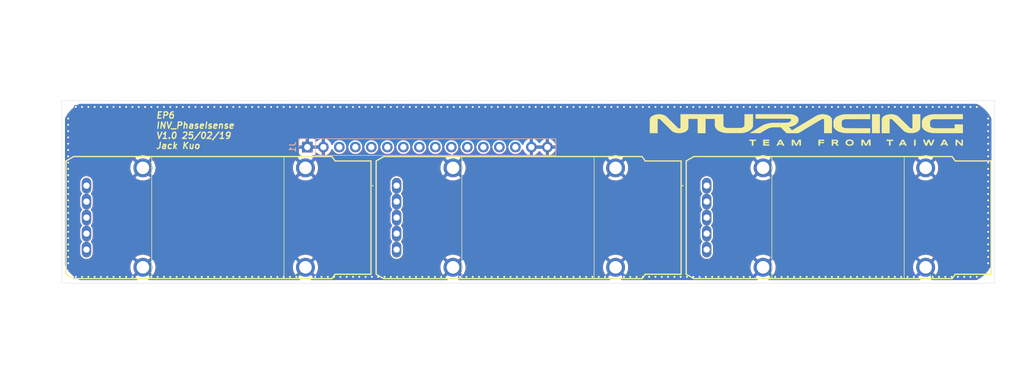
<source format=kicad_pcb>
(kicad_pcb (version 20240108) (generator "pcbnew") (generator_version "8.0")
  (title_block (title "INV_PhaseIsense") (date "2025-02-19") (rev "1.0") (company "NTURacing") (comment 1 "Jack Kuo 郭哲明"))
  (layers (0 "F.Cu" power) (1 "In1.Cu" signal) (2 "In2.Cu" signal) (31 "B.Cu" power) (34 "B.Paste" user) (35 "F.Paste" user) (36 "B.SilkS" user "B.Silkscreen") (37 "F.SilkS" user "F.Silkscreen") (38 "B.Mask" user) (39 "F.Mask" user) (44 "Edge.Cuts" user))
  (net 0 "")
  (net 1 "GND")
  (net 2 "/W+")
  (net 3 "/W_PWR")
  (net 5 "/W-")
  (net 6 "/W_GND")
  (net 7 "/V-")
  (net 9 "/V_GND")
  (net 10 "/V_PWR")
  (net 11 "/V+")
  (net 12 "/U_GND")
  (net 13 "/U+")
  (net 14 "/U-")
  (net 15 "/U_PWR")
  (footprint "nturt_kicad_lib_EP6:LZSR80P" (layer "F.Cu") (at 125.1204 52.5018)
    (property "Reference" "IC2" (hide yes))
    (property "Value" "LZSR_80-TP" (hide yes))
    (pad "1" thru_hole oval (at 0 0) (size 1.5 2.5) (drill 1) (layers "*.Cu" "*.Mask") (net 10 "/V_PWR"))
    (pad "2" thru_hole oval (at 0 2.54) (size 1.5 2.5) (drill 1) (layers "*.Cu" "*.Mask") (net 9 "/V_GND"))
    (pad "3" thru_hole oval (at 0 5.08) (size 1.5 2.5) (drill 1) (layers "*.Cu" "*.Mask") (net 11 "/V+"))
    (pad "4" thru_hole oval (at 0 7.62) (size 1.5 2.5) (drill 1) (layers "*.Cu" "*.Mask") (net 7 "/V-"))
    (pad "5" thru_hole oval (at 0 10.16) (size 1.5 2.5) (drill 1) (layers "*.Cu" "*.Mask"))
    (pad "MH1" thru_hole circle (at 8.95 -2.82) (size 3 3) (drill 2) (layers "*.Cu" "*.Mask") (net 1 "GND"))
    (pad "MH2" thru_hole circle (at 8.95 12.98) (size 3 3) (drill 2) (layers "*.Cu" "*.Mask") (net 1 "GND"))
    (pad "MH3" thru_hole circle (at 34.75 12.98) (size 3 3) (drill 2) (layers "*.Cu" "*.Mask") (net 1 "GND"))
    (pad "MH4" thru_hole circle (at 34.75 -2.82) (size 3 3) (drill 2) (layers "*.Cu" "*.Mask") (net 1 "GND"))
  )
  (footprint "nturt_kicad_lib_EP6:LZSR80P" (layer "F.Cu") (at 75.9035 52.5018)
    (property "Reference" "IC1" (hide yes))
    (property "Value" "LZSR_80-TP" (hide yes))
    (pad "1" thru_hole oval (at 0 0) (size 1.5 2.5) (drill 1) (layers "*.Cu" "*.Mask") (net 3 "/W_PWR"))
    (pad "2" thru_hole oval (at 0 2.54) (size 1.5 2.5) (drill 1) (layers "*.Cu" "*.Mask") (net 6 "/W_GND"))
    (pad "3" thru_hole oval (at 0 5.08) (size 1.5 2.5) (drill 1) (layers "*.Cu" "*.Mask") (net 2 "/W+"))
    (pad "4" thru_hole oval (at 0 7.62) (size 1.5 2.5) (drill 1) (layers "*.Cu" "*.Mask") (net 5 "/W-"))
    (pad "5" thru_hole oval (at 0 10.16) (size 1.5 2.5) (drill 1) (layers "*.Cu" "*.Mask"))
    (pad "MH1" thru_hole circle (at 8.95 -2.82) (size 3 3) (drill 2) (layers "*.Cu" "*.Mask") (net 1 "GND"))
    (pad "MH2" thru_hole circle (at 8.95 12.98) (size 3 3) (drill 2) (layers "*.Cu" "*.Mask") (net 1 "GND"))
    (pad "MH3" thru_hole circle (at 34.75 12.98) (size 3 3) (drill 2) (layers "*.Cu" "*.Mask") (net 1 "GND"))
    (pad "MH4" thru_hole circle (at 34.75 -2.82) (size 3 3) (drill 2) (layers "*.Cu" "*.Mask") (net 1 "GND"))
  )
  (footprint "nturt_kicad_lib_EP6:LZSR80P" (layer "F.Cu") (at 174.3285 52.4998)
    (property "Reference" "IC3" (hide yes))
    (property "Value" "LZSR_80-TP" (hide yes))
    (pad "1" thru_hole oval (at 0 0) (size 1.5 2.5) (drill 1) (layers "*.Cu" "*.Mask") (net 15 "/U_PWR"))
    (pad "2" thru_hole oval (at 0 2.54) (size 1.5 2.5) (drill 1) (layers "*.Cu" "*.Mask") (net 12 "/U_GND"))
    (pad "3" thru_hole oval (at 0 5.08) (size 1.5 2.5) (drill 1) (layers "*.Cu" "*.Mask") (net 13 "/U+"))
    (pad "4" thru_hole oval (at 0 7.62) (size 1.5 2.5) (drill 1) (layers "*.Cu" "*.Mask") (net 14 "/U-"))
    (pad "5" thru_hole oval (at 0 10.16) (size 1.5 2.5) (drill 1) (layers "*.Cu" "*.Mask"))
    (pad "MH1" thru_hole circle (at 8.95 -2.82) (size 3 3) (drill 2) (layers "*.Cu" "*.Mask") (net 1 "GND"))
    (pad "MH2" thru_hole circle (at 8.95 12.98) (size 3 3) (drill 2) (layers "*.Cu" "*.Mask") (net 1 "GND"))
    (pad "MH3" thru_hole circle (at 34.75 12.98) (size 3 3) (drill 2) (layers "*.Cu" "*.Mask") (net 1 "GND"))
    (pad "MH4" thru_hole circle (at 34.75 -2.82) (size 3 3) (drill 2) (layers "*.Cu" "*.Mask") (net 1 "GND"))
  )
  (footprint "Connector_PinHeader_2.54mm:PinHeader_1x16_P2.54mm_Vertical" (layer "B.Cu") (at 110.95 46.375 -90)
    (property "Reference" "J1" (at 0 2.33 90) (layer "B.SilkS") (effects (justify mirror)))
    (property "Value" "to INV_Mainboard_TI")
    (pad "1" thru_hole rect (at 0 0 270) (size 1.7 1.7) (drill 1) (layers "*.Cu" "*.Mask") (net 1 "GND"))
    (pad "2" thru_hole oval (at 0 -2.54 270) (size 1.7 1.7) (drill 1) (layers "*.Cu" "*.Mask") (net 1 "GND"))
    (pad "3" thru_hole oval (at 0 -5.08 270) (size 1.7 1.7) (drill 1) (layers "*.Cu" "*.Mask") (net 3 "/W_PWR"))
    (pad "4" thru_hole oval (at 0 -7.62 270) (size 1.7 1.7) (drill 1) (layers "*.Cu" "*.Mask") (net 6 "/W_GND"))
    (pad "5" thru_hole oval (at 0 -10.16 270) (size 1.7 1.7) (drill 1) (layers "*.Cu" "*.Mask") (net 2 "/W+"))
    (pad "6" thru_hole oval (at 0 -12.7 270) (size 1.7 1.7) (drill 1) (layers "*.Cu" "*.Mask") (net 5 "/W-"))
    (pad "7" thru_hole oval (at 0 -15.24 270) (size 1.7 1.7) (drill 1) (layers "*.Cu" "*.Mask") (net 10 "/V_PWR"))
    (pad "8" thru_hole oval (at 0 -17.78 270) (size 1.7 1.7) (drill 1) (layers "*.Cu" "*.Mask") (net 9 "/V_GND"))
    (pad "9" thru_hole oval (at 0 -20.32 270) (size 1.7 1.7) (drill 1) (layers "*.Cu" "*.Mask") (net 11 "/V+"))
    (pad "10" thru_hole oval (at 0 -22.86 270) (size 1.7 1.7) (drill 1) (layers "*.Cu" "*.Mask") (net 7 "/V-"))
    (pad "11" thru_hole oval (at 0 -25.4 270) (size 1.7 1.7) (drill 1) (layers "*.Cu" "*.Mask") (net 15 "/U_PWR"))
    (pad "12" thru_hole oval (at 0 -27.94 270) (size 1.7 1.7) (drill 1) (layers "*.Cu" "*.Mask") (net 12 "/U_GND"))
    (pad "13" thru_hole oval (at 0 -30.48 270) (size 1.7 1.7) (drill 1) (layers "*.Cu" "*.Mask") (net 13 "/U+"))
    (pad "14" thru_hole oval (at 0 -33.02 270) (size 1.7 1.7) (drill 1) (layers "*.Cu" "*.Mask") (net 14 "/U-"))
    (pad "15" thru_hole oval (at 0 -35.56 270) (size 1.7 1.7) (drill 1) (layers "*.Cu" "*.Mask") (net 1 "GND"))
    (pad "16" thru_hole oval (at 0 -38.1 270) (size 1.7 1.7) (drill 1) (layers "*.Cu" "*.Mask") (net 1 "GND"))
  )
  (gr_poly (pts (xy 184.273119 45.404263) (xy 183.578712 45.404263) (xy 183.57335 45.477993) (xy 183.569328 45.551724) (xy 184.232902 45.551724) (xy 184.232902 45.766213) (xy 183.576031 45.766213) (xy 183.576031 45.839943) (xy 183.575971 45.854841) (xy 183.575801 45.869142) (xy 183.575536 45.882501) (xy 183.575193 45.894571) (xy 183.574787 45.905007) (xy 183.574335 45.913464) (xy 183.57385 45.919596) (xy 183.573601 45.921682) (xy 183.57335 45.923058) (xy 183.574702 45.924314) (xy 183.579644 45.925566) (xy 183.599574 45.928043) (xy 183.631695 45.930457) (xy 183.674561 45.932777) (xy 183.786749 45.937008) (xy 183.924574 45.940485) (xy 184.279822 45.947187) (xy 184.279822 46.148271) (xy 183.787838 46.152293) (xy 183.294513 46.154974) (xy 183.294513 45.189774) (xy 184.273119 45.189774)) (stroke (width -0.000001)) (fill solid) (layer "F.SilkS"))
  (gr_poly (pts (xy 194.665663 45.190298) (xy 194.722176 45.191047) (xy 194.772622 45.192204) (xy 194.817516 45.193832) (xy 194.857368 45.195995) (xy 194.892692 45.198755) (xy 194.924 45.202174) (xy 194.951805 45.206316) (xy 194.964554 45.208678) (xy 194.97662 45.211244) (xy 194.988066 45.214022) (xy 194.998956 45.21702) (xy 195.009355 45.220245) (xy 195.019326 45.223707) (xy 195.028935 45.227412) (xy 195.038244 45.231368) (xy 195.05622 45.240066) (xy 195.073769 45.249863) (xy 195.091402 45.260823) (xy 195.107169 45.272668) (xy 195.121771 45.286019) (xy 195.135176 45.30078) (xy 195.147349 45.316854) (xy 195.158258 45.334146) (xy 195.167869 45.35256) (xy 195.176148 45.371998) (xy 195.183063 45.392365) (xy 195.188579 45.413565) (xy 195.192664 45.435502) (xy 195.195284 45.458078) (xy 195.196405 45.481198) (xy 195.195995 45.504766) (xy 195.19402 45.528686) (xy 195.190446 45.552861) (xy 195.18524 45.577195) (xy 195.18291 45.586503) (xy 195.18042 45.595358) (xy 195.177739 45.603808) (xy 195.174831 45.611903) (xy 195.171664 45.619691) (xy 195.168204 45.627222) (xy 195.164419 45.634545) (xy 195.160274 45.641709) (xy 195.155736 45.648763) (xy 195.150772 45.655756) (xy 195.145349 45.662737) (xy 195.139432 45.669756) (xy 195.13299 45.676861) (xy 195.125987 45.684101) (xy 195.118392 45.691526) (xy 195.11017 45.699185) (xy 195.098215 45.709957) (xy 195.086668 45.720006) (xy 195.075812 45.729112) (xy 195.070732 45.733243) (xy 195.065931 45.737056) (xy 195.061444 45.740523) (xy 195.057306 45.743617) (xy 195.053554 45.746311) (xy 195.050221 45.748576) (xy 195.047344 45.750386) (xy 195.044958 45.751713) (xy 195.043099 45.752529) (xy 195.042377 45.752737) (xy 195.041801 45.752807) (xy 195.040483 45.752869) (xy 195.039049 45.753051) (xy 195.037509 45.753346) (xy 195.035873 45.75375) (xy 195.034151 45.754256) (xy 195.032352 45.754858) (xy 195.030486 45.75555) (xy 195.028564 45.756326) (xy 195.026594 45.757182) (xy 195.024587 45.75811) (xy 195.022552 45.759104) (xy 195.0205 45.76016) (xy 195.016382 45.76243) (xy 195.01231 45.764873) (xy 195.010074 45.767055) (xy 195.008937 45.770143) (xy 195.008963 45.774224) (xy 195.010214 45.779388) (xy 195.012754 45.785722) (xy 195.016644 45.793314) (xy 195.021949 45.802254) (xy 195.02873 45.812629) (xy 195.046975 45.83804) (xy 195.07188 45.870252) (xy 195.103949 45.909974) (xy 195.143684 45.957912) (xy 195.201432 46.029297) (xy 195.248749 46.088616) (xy 195.266964 46.111867) (xy 195.280733 46.129839) (xy 195.289444 46.141778) (xy 195.291711 46.14525) (xy 195.292484 46.146931) (xy 195.291726 46.147684) (xy 195.289502 46.148431) (xy 195.280943 46.149884) (xy 195.267388 46.151243) (xy 195.249419 46.15246) (xy 195.227617 46.153489) (xy 195.202562 46.154283) (xy 195.174837 46.154793) (xy 195.145023 46.154974) (xy 194.997562 46.154974) (xy 194.854125 45.980702) (xy 194.710685 45.806429) (xy 194.434529 45.806429) (xy 194.433191 45.943166) (xy 194.43276 46.018188) (xy 194.432565 46.047742) (xy 194.432016 46.072551) (xy 194.430839 46.093031) (xy 194.429929 46.101779) (xy 194.428759 46.109602) (xy 194.427294 46.116552) (xy 194.4255 46.122681) (xy 194.423343 46.128042) (xy 194.420789 46.132687) (xy 194.417802 46.136669) (xy 194.414349 46.140038) (xy 194.410395 46.142849) (xy 194.405906 46.145153) (xy 194.400848 46.147002) (xy 194.395186 46.148449) (xy 194.388885 46.149546) (xy 194.381912 46.150345) (xy 194.365811 46.151259) (xy 194.346607 46.151609) (xy 194.297792 46.152293) (xy 194.166418 46.156314) (xy 194.166418 45.591941) (xy 194.427826 45.591941) (xy 194.65304 45.591941) (xy 194.689612 45.591905) (xy 194.722094 45.591778) (xy 194.750767 45.591534) (xy 194.77591 45.591145) (xy 194.797801 45.590582) (xy 194.816718 45.58982) (xy 194.825149 45.589355) (xy 194.832942 45.588829) (xy 194.84013 45.58824) (xy 194.84675 45.587584) (xy 194.852835 45.586857) (xy 194.858421 45.586055) (xy 194.863543 45.585177) (xy 194.868235 45.584217) (xy 194.872533 45.583172) (xy 194.87647 45.58204) (xy 194.880083 45.580817) (xy 194.883406 45.579499) (xy 194.886473 45.578082) (xy 194.88932 45.576564) (xy 194.891981 45.574941) (xy 194.894491 45.57321) (xy 194.896886 45.571366) (xy 194.8992 45.569407) (xy 194.901467 45.56733) (xy 194.903724 45.56513) (xy 194.907007 45.561633) (xy 194.910071 45.557937) (xy 194.912916 45.554057) (xy 194.915542 45.550006) (xy 194.91795 45.545798) (xy 194.920142 45.541447) (xy 194.922116 45.536966) (xy 194.923873 45.53237) (xy 194.925415 45.527671) (xy 194.926741 45.522884) (xy 194.927852 45.518022) (xy 194.928749 45.513099) (xy 194.929431 45.508129) (xy 194.9299 45.503126) (xy 194.930156 45.498103) (xy 194.930199 45.493075) (xy 194.930031 45.488054) (xy 194.92965 45.483055) (xy 194.929059 45.478091) (xy 194.928257 45.473176) (xy 194.927245 45.468324) (xy 194.926023 45.463548) (xy 194.924593 45.458863) (xy 194.922953 45.454282) (xy 194.921106 45.449819) (xy 194.91905 45.445488) (xy 194.916788 45.441301) (xy 194.914319 45.437274) (xy 194.911643 45.43342) (xy 194.908762 45.429752) (xy 194.905676 45.426284) (xy 194.902385 45.423031) (xy 194.897523 45.418988) (xy 194.892336 45.415383) (xy 194.88659 45.412182) (xy 194.880055 45.409353) (xy 194.8725 45.406861) (xy 194.863691 45.404674) (xy 194.853398 45.402758) (xy 194.841389 45.401079) (xy 194.811294 45.398301) (xy 194.771554 45.396073) (xy 194.720315 45.394127) (xy 194.655722 45.392198) (xy 194.43721 45.388176) (xy 194.431848 45.490059) (xy 194.427826 45.591941) (xy 194.166418 45.591941) (xy 194.166418 45.189774) (xy 194.532391 45.189774)) (stroke (width -0.000001)) (fill solid) (layer "F.SilkS"))
  (gr_poly (pts (xy 182.155041 45.404263) (xy 181.752875 45.404263) (xy 181.752875 46.154974) (xy 181.484763 46.154974) (xy 181.484763 45.404263) (xy 181.082597 45.404263) (xy 181.082597 45.189774) (xy 182.155041 45.189774)) (stroke (width -0.000001)) (fill solid) (layer "F.SilkS"))
  (gr_poly (pts (xy 203.92566 45.404263) (xy 203.523496 45.404263) (xy 203.523496 46.156314) (xy 203.39346 46.152293) (xy 203.262088 46.148271) (xy 203.258067 45.775597) (xy 203.255386 45.404263) (xy 202.853217 45.404263) (xy 202.853217 45.189774) (xy 203.92566 45.189774)) (stroke (width -0.000001)) (fill solid) (layer "F.SilkS"))
  (gr_poly (pts (xy 189.117887 45.192455) (xy 189.293498 45.196476) (xy 189.293498 46.148271) (xy 189.163467 46.152293) (xy 189.03209 46.156314) (xy 189.03209 45.491399) (xy 188.859161 45.819835) (xy 188.686226 46.148271) (xy 188.560217 46.152293) (xy 188.434205 46.156314) (xy 188.261271 45.827878) (xy 188.086998 45.499442) (xy 188.082976 45.827878) (xy 188.080295 46.156314) (xy 187.948921 46.152293) (xy 187.818888 46.148271) (xy 187.814866 45.685779) (xy 187.814364 45.504679) (xy 187.814867 45.353992) (xy 187.816374 45.249555) (xy 187.817505 45.219628) (xy 187.818165 45.211103) (xy 187.818888 45.207201) (xy 187.820169 45.204796) (xy 187.822538 45.202603) (xy 187.826046 45.200615) (xy 187.830744 45.198823) (xy 187.836683 45.197219) (xy 187.843914 45.195796) (xy 187.862457 45.19346) (xy 187.886781 45.191753) (xy 187.917295 45.190612) (xy 187.954407 45.189973) (xy 187.998525 45.189774) (xy 188.172797 45.189774) (xy 188.363154 45.546362) (xy 188.390525 45.597608) (xy 188.415405 45.6439) (xy 188.437913 45.685436) (xy 188.458166 45.722414) (xy 188.476284 45.755033) (xy 188.492382 45.783491) (xy 188.50658 45.807986) (xy 188.518994 45.828716) (xy 188.529744 45.845881) (xy 188.534531 45.853187) (xy 188.538946 45.859677) (xy 188.543003 45.865375) (xy 188.546718 45.870304) (xy 188.550105 45.874492) (xy 188.553179 45.877961) (xy 188.555954 45.880737) (xy 188.558446 45.882844) (xy 188.560668 45.884308) (xy 188.562636 45.885153) (xy 188.563529 45.885351) (xy 188.564365 45.885404) (xy 188.565144 45.885315) (xy 188.565868 45.885086) (xy 188.566541 45.884721) (xy 188.567162 45.884223) (xy 188.56826 45.882841) (xy 188.588284 45.848615) (xy 188.631935 45.769899) (xy 188.76398 45.526253) (xy 188.943617 45.188434)) (stroke (width -0.000001)) (fill solid) (layer "F.SilkS"))
  (gr_poly (pts (xy 212.426123 45.660309) (xy 212.601737 45.996118) (xy 212.656112 46.101058) (xy 212.671203 46.130859) (xy 212.676806 46.142909) (xy 212.676867 46.143533) (xy 212.676551 46.144149) (xy 212.674827 46.145351) (xy 212.671705 46.146511) (xy 212.667256 46.147621) (xy 212.654657 46.149672) (xy 212.637597 46.151455) (xy 212.616641 46.152924) (xy 212.592354 46.154031) (xy 212.565302 46.15473) (xy 212.536051 46.154974) (xy 212.389932 46.154974) (xy 212.344348 46.061135) (xy 212.298773 45.967296) (xy 211.769255 45.967296) (xy 211.725016 46.057114) (xy 211.680777 46.148271) (xy 211.537335 46.152293) (xy 211.508021 46.152667) (xy 211.48078 46.152775) (xy 211.45618 46.152599) (xy 211.434784 46.152125) (xy 211.417158 46.151337) (xy 211.409936 46.150821) (xy 211.403868 46.150219) (xy 211.399026 46.149532) (xy 211.39548 46.148756) (xy 211.394214 46.148334) (xy 211.3933 46.14789) (xy 211.392745 46.147422) (xy 211.392558 46.146931) (xy 211.411137 46.108453) (xy 211.461764 46.009021) (xy 211.585879 45.769396) (xy 211.877804 45.769396) (xy 211.8782 45.769898) (xy 211.880241 45.770894) (xy 211.883875 45.771874) (xy 211.889022 45.772831) (xy 211.903522 45.774643) (xy 211.923081 45.776267) (xy 211.947038 45.777639) (xy 211.974734 45.778697) (xy 212.005508 45.779377) (xy 212.038701 45.779618) (xy 212.204933 45.779618) (xy 212.123158 45.612049) (xy 212.106877 45.578676) (xy 212.091445 45.547409) (xy 212.077208 45.518969) (xy 212.064509 45.49408) (xy 212.053696 45.473464) (xy 212.045113 45.457843) (xy 212.041766 45.452132) (xy 212.039106 45.447941) (xy 212.037176 45.44536) (xy 212.036499 45.444702) (xy 212.03602 45.44448) (xy 212.033597 45.447519) (xy 212.028565 45.456165) (xy 212.01206 45.48744) (xy 211.962963 45.586076) (xy 211.910849 45.695017) (xy 211.890572 45.739174) (xy 211.877837 45.768894) (xy 211.877804 45.769396) (xy 211.585879 45.769396) (xy 211.628494 45.68712) (xy 211.877837 45.212563) (xy 211.879775 45.208994) (xy 211.882157 45.205811) (xy 211.885113 45.202993) (xy 211.888771 45.200519) (xy 211.893262 45.198368) (xy 211.898715 45.196516) (xy 211.905261 45.194944) (xy 211.913027 45.193628) (xy 211.922145 45.192549) (xy 211.932743 45.191683) (xy 211.9589 45.190507) (xy 211.992535 45.189929) (xy 212.034684 45.189774) (xy 212.180803 45.189774)) (stroke (width -0.000001)) (fill solid) (layer "F.SilkS"))
  (gr_poly (pts (xy 173.579508 41.145318) (xy 176.9872 41.148) (xy 176.993903 42.072983) (xy 177.000606 42.997966) (xy 177.036802 43.060972) (xy 177.045324 43.074331) (xy 177.054331 43.087281) (xy 177.063868 43.099854) (xy 177.073981 43.112081) (xy 177.084714 43.123994) (xy 177.096113 43.135624) (xy 177.108223 43.147003) (xy 177.121089 43.158163) (xy 177.134756 43.169133) (xy 177.149269 43.179947) (xy 177.164674 43.190634) (xy 177.181016 43.201228) (xy 177.198339 43.211759) (xy 177.216689 43.222258) (xy 177.236112 43.232757) (xy 177.256651 43.243288) (xy 177.318108 43.274089) (xy 177.375039 43.29691) (xy 177.407582 43.305701) (xy 177.445921 43.312944) (xy 177.549228 43.323386) (xy 177.703434 43.329429) (xy 177.927013 43.332267) (xy 178.656192 43.333105) (xy 179.012971 43.333003) (xy 179.288703 43.33254) (xy 179.494968 43.331479) (xy 179.575668 43.330651) (xy 179.643343 43.329586) (xy 179.69944 43.328254) (xy 179.745406 43.326625) (xy 179.782689 43.32467) (xy 179.812735 43.32236) (xy 179.836992 43.319664) (xy 179.856908 43.316555) (xy 179.873929 43.313001) (xy 179.889502 43.308975) (xy 179.925021 43.298114) (xy 179.959623 43.28618) (xy 179.993207 43.273234) (xy 180.025674 43.259333) (xy 180.056923 43.244536) (xy 180.086855 43.228903) (xy 180.115369 43.212492) (xy 180.142365 43.195363) (xy 180.167743 43.177574) (xy 180.191403 43.159184) (xy 180.213244 43.140252) (xy 180.233166 43.120837) (xy 180.242377 43.110966) (xy 180.25107 43.100997) (xy 180.259234 43.090937) (xy 180.266855 43.080793) (xy 180.273922 43.070572) (xy 180.280421 43.060282) (xy 180.286341 43.04993) (xy 180.291668 43.039524) (xy 180.300966 43.018153) (xy 180.307986 42.989965) (xy 180.313089 42.943993) (xy 180.316637 42.869273) (xy 180.320512 42.589725) (xy 180.322502 42.063599) (xy 180.325183 41.148) (xy 181.692549 41.148) (xy 181.692549 43.051588) (xy 181.661719 43.145427) (xy 181.652525 43.171431) (xy 181.642524 43.197177) (xy 181.631694 43.222692) (xy 181.620014 43.248001) (xy 181.607463 43.273129) (xy 181.594018 43.298101) (xy 181.579657 43.322945) (xy 181.56436 43.347684) (xy 181.548105 43.372344) (xy 181.53087 43.396952) (xy 181.512633 43.421532) (xy 181.493373 43.44611) (xy 181.473069 43.470711) (xy 181.451698 43.495362) (xy 181.429239 43.520087) (xy 181.405671 43.544913) (xy 181.349959 43.599594) (xy 181.290443 43.652018) (xy 181.227185 43.702161) (xy 181.160245 43.749997) (xy 181.089683 43.795499) (xy 181.015562 43.838644) (xy 180.937941 43.879404) (xy 180.856881 43.917755) (xy 180.772444 43.953671) (xy 180.684691 43.987126) (xy 180.593681 44.018095) (xy 180.499477 44.046553) (xy 180.402138 44.072473) (xy 180.301726 44.095831) (xy 180.198302 44.116601) (xy 180.091927 44.134757) (xy 179.95829 44.151807) (xy 179.875416 44.157049) (xy 179.760809 44.160563) (xy 179.373305 44.163789) (xy 178.669597 44.16425) (xy 178.080821 44.163412) (xy 177.859569 44.16227) (xy 177.681441 44.160563) (xy 177.542209 44.158227) (xy 177.437648 44.1552) (xy 177.363533 44.15142) (xy 177.315637 44.146822) (xy 177.199015 44.129324) (xy 177.085949 44.109009) (xy 176.976476 44.08589) (xy 176.870635 44.059979) (xy 176.768462 44.031288) (xy 176.669994 43.999827) (xy 176.575269 43.96561) (xy 176.484324 43.928647) (xy 176.397197 43.88895) (xy 176.313924 43.846533) (xy 176.234544 43.801405) (xy 176.159093 43.753579) (xy 176.087609 43.703066) (xy 176.020128 43.64988) (xy 175.956689 43.59403) (xy 175.897329 43.535529) (xy 175.874884 43.511696) (xy 175.853753 43.488387) (xy 175.833867 43.465498) (xy 175.815157 43.442926) (xy 175.797555 43.420566) (xy 175.780991 43.398313) (xy 175.765398 43.376065) (xy 175.750706 43.353716) (xy 175.736846 43.331163) (xy 175.723751 43.308302) (xy 175.71135 43.285028) (xy 175.699576 43.261238) (xy 175.68836 43.236828) (xy 175.677633 43.211693) (xy 175.667325 43.185729) (xy 175.65737 43.158833) (xy 175.619833 43.051588) (xy 175.615813 42.47783) (xy 175.61179 41.905414) (xy 174.151926 41.905414) (xy 174.151926 44.170952) (xy 172.891803 44.170952) (xy 172.891803 41.905414) (xy 171.430598 41.905414) (xy 171.430598 42.634676) (xy 171.430388 42.90706) (xy 171.429891 43.017833) (xy 171.428922 43.113589) (xy 171.427325 43.195771) (xy 171.424942 43.265826) (xy 171.423407 43.296757) (xy 171.421617 43.325198) (xy 171.419552 43.351329) (xy 171.417192 43.375332) (xy 171.414518 43.397387) (xy 171.41151 43.417675) (xy 171.408149 43.436376) (xy 171.404415 43.453671) (xy 171.400288 43.469741) (xy 171.395748 43.484766) (xy 171.390777 43.498927) (xy 171.385354 43.512404) (xy 171.379459 43.525379) (xy 171.373074 43.538032) (xy 171.366178 43.550543) (xy 171.358752 43.563094) (xy 171.342231 43.589036) (xy 171.323353 43.617303) (xy 171.284201 43.67097) (xy 171.239746 43.722332) (xy 171.190155 43.771314) (xy 171.135592 43.817841) (xy 171.076221 43.861839) (xy 171.012208 43.903234) (xy 170.943718 43.941949) (xy 170.870916 43.977912) (xy 170.793966 44.011047) (xy 170.713034 44.04128) (xy 170.628285 44.068535) (xy 170.539883 44.092739) (xy 170.447993 44.113817) (xy 170.352781 44.131694) (xy 170.254411 44.146295) (xy 170.153048 44.157547) (xy 170.083901 44.162895) (xy 170.013848 44.165894) (xy 169.943116 44.166584) (xy 169.87193 44.165004) (xy 169.800516 44.161193) (xy 169.7291 44.15519) (xy 169.657909 44.147036) (xy 169.587167 44.136768) (xy 169.5171 44.124427) (xy 169.447935 44.110051) (xy 169.379897 44.093681) (xy 169.313211 44.075354) (xy 169.248105 44.055111) (xy 169.184803 44.03299) (xy 169.123532 44.009032) (xy 169.064517 43.983275) (xy 168.998503 43.950625) (xy 168.933793 43.911345) (xy 168.897974 43.885616) (xy 168.85774 43.853906) (xy 168.757698 43.766775) (xy 168.621022 43.638422) (xy 168.435064 43.457316) (xy 167.86472 42.890722) (xy 167.63443 42.660874) (xy 167.436518 42.464299) (xy 167.26993 42.299961) (xy 167.133615 42.166822) (xy 167.02652 42.063845) (xy 166.947592 41.989994) (xy 166.918362 41.963667) (xy 166.895779 41.944232) (xy 166.879712 41.93156) (xy 166.870028 41.925522) (xy 166.851901 41.919124) (xy 166.832844 41.913994) (xy 166.813055 41.910108) (xy 166.792737 41.907445) (xy 166.772088 41.905985) (xy 166.751311 41.905704) (xy 166.730603 41.906582) (xy 166.710167 41.908597) (xy 166.690202 41.911728) (xy 166.670909 41.915952) (xy 166.652487 41.921248) (xy 166.635138 41.927595) (xy 166.619061 41.934971) (xy 166.611562 41.939038) (xy 166.604457 41.943355) (xy 166.59777 41.947917) (xy 166.591526 41.952724) (xy 166.585751 41.957771) (xy 166.580469 41.963057) (xy 166.550976 41.99389) (xy 166.548295 43.07974) (xy 166.544273 44.16425) (xy 165.918234 44.168271) (xy 165.290854 44.170952) (xy 165.290854 43.051588) (xy 165.290961 42.689924) (xy 165.291461 42.414678) (xy 165.291942 42.305402) (xy 165.292621 42.212859) (xy 165.293532 42.135424) (xy 165.294708 42.071475) (xy 165.296182 42.019386) (xy 165.297989 41.977534) (xy 165.299027 41.959939) (xy 165.30016 41.944294) (xy 165.301393 41.930397) (xy 165.30273 41.918044) (xy 165.304175 41.907032) (xy 165.305733 41.897158) (xy 165.307406 41.88822) (xy 165.3092 41.880013) (xy 165.313166 41.864986) (xy 165.317665 41.85045) (xy 165.34459 41.783918) (xy 165.379425 41.719663) (xy 165.421879 41.657858) (xy 165.471661 41.598678) (xy 165.528482 41.542293) (xy 165.592049 41.488878) (xy 165.662074 41.438604) (xy 165.738264 41.391646) (xy 165.82033 41.348174) (xy 165.907981 41.308364) (xy 166.000925 41.272386) (xy 166.098874 41.240414) (xy 166.201535 41.212621) (xy 166.308618 41.18918) (xy 166.419833 41.170263) (xy 166.53489 41.156043) (xy 166.592023 41.151561) (xy 166.661174 41.149089) (xy 166.738274 41.148502) (xy 166.819255 41.149675) (xy 166.900047 41.152482) (xy 166.976581 41.156797) (xy 167.04479 41.162494) (xy 167.100603 41.169449) (xy 167.153818 41.178231) (xy 167.205908 41.187996) (xy 167.25691 41.198751) (xy 167.306861 41.210503) (xy 167.355799 41.22326) (xy 167.40376 41.237031) (xy 167.450784 41.251823) (xy 167.496906 41.267644) (xy 167.542163 41.284502) (xy 167.586594 41.302404) (xy 167.630236 41.321359) (xy 167.673126 41.341375) (xy 167.715301 41.362458) (xy 167.756798 41.384618) (xy 167.797655 41.407862) (xy 167.837909 41.432197) (xy 167.870525 41.4586) (xy 167.932439 41.514977) (xy 168.139702 41.713379) (xy 168.450774 42.018858) (xy 168.856732 42.422868) (xy 169.087407 42.652658) (xy 169.2855 42.849081) (xy 169.452111 43.013204) (xy 169.58834 43.146097) (xy 169.695286 43.248828) (xy 169.774048 43.322464) (xy 169.803205 43.348706) (xy 169.825728 43.368075) (xy 169.841755 43.380704) (xy 169.851423 43.386727) (xy 169.869212 43.393124) (xy 169.887783 43.398255) (xy 169.90698 43.402141) (xy 169.926641 43.404804) (xy 169.946609 43.406264) (xy 169.966724 43.406545) (xy 169.986828 43.405667) (xy 170.00676 43.403652) (xy 170.026363 43.400521) (xy 170.045477 43.396297) (xy 170.063942 43.391) (xy 170.081601 43.384653) (xy 170.098293 43.377277) (xy 170.113861 43.368894) (xy 170.128144 43.359525) (xy 170.134754 43.354477) (xy 170.140983 43.349191) (xy 170.170476 43.322381) (xy 170.170476 41.141297)) (stroke (width -0.000001)) (fill solid) (layer "F.SilkS"))
  (gr_poly (pts (xy 214.998652 41.94563) (xy 212.636594 41.948311) (xy 210.27319 41.952333) (xy 210.186058 41.983165) (xy 210.14981 41.996915) (xy 210.11545 42.011034) (xy 210.082947 42.025546) (xy 210.052273 42.040474) (xy 210.023398 42.055842) (xy 209.996292 42.071674) (xy 209.970926 42.087992) (xy 209.94727 42.104821) (xy 209.925295 42.122184) (xy 209.904972 42.140105) (xy 209.886271 42.158607) (xy 209.869162 42.177714) (xy 209.853616 42.197449) (xy 209.839604 42.217836) (xy 209.827096 42.238899) (xy 209.816063 42.260661) (xy 209.805828 42.283152) (xy 209.801645 42.29394) (xy 209.798028 42.305108) (xy 209.794938 42.317173) (xy 209.792334 42.330647) (xy 209.790172 42.346046) (xy 209.788414 42.363883) (xy 209.78594 42.408933) (xy 209.784581 42.469913) (xy 209.783889 42.656125) (xy 209.784054 42.757174) (xy 209.784305 42.799296) (xy 209.784706 42.836387) (xy 209.785289 42.868876) (xy 209.786081 42.897189) (xy 209.787113 42.921756) (xy 209.788414 42.943003) (xy 209.790013 42.961361) (xy 209.791941 42.977256) (xy 209.794226 42.991116) (xy 209.796897 43.00337) (xy 209.799985 43.014446) (xy 209.803519 43.024772) (xy 209.807528 43.034776) (xy 209.812042 43.044886) (xy 209.828613 43.07738) (xy 209.848598 43.10847) (xy 209.87189 43.138104) (xy 209.898382 43.166227) (xy 209.927969 43.192787) (xy 209.960545 43.217731) (xy 209.996004 43.241006) (xy 210.034239 43.262558) (xy 210.075145 43.282336) (xy 210.118616 43.300285) (xy 210.164545 43.316353) (xy 210.212826 43.330487) (xy 210.263354 43.342633) (xy 210.316023 43.35274) (xy 210.370725 43.360752) (xy 210.427357 43.366619) (xy 210.608227 43.371541) (xy 210.987541 43.375835) (xy 212.133882 43.380025) (xy 213.684906 43.380025) (xy 213.684906 42.763369) (xy 214.998652 42.763369) (xy 214.998652 44.170952) (xy 212.696915 44.169611) (xy 211.027255 44.16492) (xy 210.485627 44.16094) (xy 210.246379 44.156206) (xy 210.180048 44.150043) (xy 210.114629 44.142591) (xy 210.049901 44.13382) (xy 209.985644 44.123698) (xy 209.921638 44.112193) (xy 209.857664 44.099274) (xy 209.793502 44.08491) (xy 209.72893 44.06907) (xy 209.615258 44.038147) (xy 209.50562 44.003288) (xy 209.400221 43.964644) (xy 209.299261 43.922363) (xy 209.202943 43.876594) (xy 209.11147 43.827487) (xy 209.025044 43.775191) (xy 208.943866 43.719855) (xy 208.86814 43.661629) (xy 208.798067 43.600661) (xy 208.765214 43.569196) (xy 208.73385 43.537101) (xy 208.704 43.504396) (xy 208.675691 43.471098) (xy 208.648946 43.437228) (xy 208.623792 43.402802) (xy 208.600253 43.367841) (xy 208.578355 43.332362) (xy 208.558124 43.296384) (xy 208.539584 43.259926) (xy 208.522761 43.223006) (xy 208.50768 43.185644) (xy 208.497888 43.158382) (xy 208.490422 43.131184) (xy 208.484965 43.098455) (xy 208.481205 43.054604) (xy 208.478827 42.994039) (xy 208.477517 42.911165) (xy 208.476846 42.656125) (xy 208.476962 42.511858) (xy 208.477517 42.401084) (xy 208.478058 42.356509) (xy 208.478827 42.31821) (xy 208.479863 42.285488) (xy 208.481205 42.257644) (xy 208.482893 42.233979) (xy 208.484965 42.213793) (xy 208.486158 42.204787) (xy 208.487462 42.196389) (xy 208.488881 42.18851) (xy 208.490422 42.181065) (xy 208.493884 42.167124) (xy 208.497888 42.153867) (xy 208.502474 42.140593) (xy 208.50768 42.126605) (xy 208.549902 42.031624) (xy 208.603339 41.939909) (xy 208.667486 41.851741) (xy 208.741838 41.767399) (xy 208.825891 41.687166) (xy 208.91914 41.611321) (xy 209.02108 41.540146) (xy 209.131206 41.473922) (xy 209.249015 41.412929) (xy 209.374001 41.357448) (xy 209.505659 41.30776) (xy 209.643486 41.264146) (xy 209.786976 41.226886) (xy 209.935624 41.196262) (xy 210.088927 41.172554) (xy 210.246379 41.156043) (xy 211.019377 41.147832) (xy 212.690212 41.142638) (xy 214.998652 41.141297)) (stroke (width -0.000001)) (fill solid) (layer "F.SilkS"))
  (gr_poly (pts (xy 207.368208 45.192455) (xy 207.498244 45.196476) (xy 207.498244 46.148271) (xy 207.368208 46.152293) (xy 207.236832 46.156314) (xy 207.236832 45.188434)) (stroke (width -0.000001)) (fill solid) (layer "F.SilkS"))
  (gr_poly (pts (xy 185.793076 41.141425) (xy 186.522215 41.142323) (xy 186.809585 41.143302) (xy 187.051748 41.144761) (xy 187.2534 41.146798) (xy 187.419235 41.149508) (xy 187.553951 41.152988) (xy 187.66224 41.157334) (xy 187.707942 41.159862) (xy 187.748799 41.162642) (xy 187.785397 41.165687) (xy 187.818323 41.169009) (xy 187.848164 41.172619) (xy 187.875507 41.17653) (xy 187.900939 41.180754) (xy 187.925046 41.185302) (xy 187.971636 41.195421) (xy 188.019972 41.206984) (xy 188.098489 41.227569) (xy 188.174122 41.250573) (xy 188.246782 41.275934) (xy 188.316381 41.303588) (xy 188.38283 41.333473) (xy 188.44604 41.365526) (xy 188.505924 41.399684) (xy 188.562394 41.435884) (xy 188.61536 41.474064) (xy 188.664734 41.51416) (xy 188.688047 41.534907) (xy 188.710428 41.55611) (xy 188.731868 41.57776) (xy 188.752354 41.599851) (xy 188.771877 41.622373) (xy 188.790424 41.64532) (xy 188.807984 41.668682) (xy 188.824548 41.692454) (xy 188.840103 41.716626) (xy 188.854639 41.74119) (xy 188.868144 41.76614) (xy 188.880608 41.791466) (xy 188.892228 41.8169) (xy 188.897015 41.828362) (xy 188.901177 41.839349) (xy 188.904758 41.850132) (xy 188.907801 41.860981) (xy 188.91035 41.872169) (xy 188.912446 41.883965) (xy 188.914134 41.89664) (xy 188.915457 41.910467) (xy 188.916458 41.925715) (xy 188.91718 41.942656) (xy 188.91796 41.9827) (xy 188.918144 42.032766) (xy 188.917424 42.078157) (xy 188.916155 42.116635) (xy 188.91526 42.133674) (xy 188.914162 42.149457) (xy 188.912841 42.164141) (xy 188.911274 42.177881) (xy 188.90944 42.190837) (xy 188.907318 42.203163) (xy 188.904885 42.215019) (xy 188.90212 42.22656) (xy 188.899002 42.237945) (xy 188.895509 42.249329) (xy 188.891619 42.26087) (xy 188.88731 42.272726) (xy 188.85307 42.352977) (xy 188.810828 42.430754) (xy 188.760814 42.505908) (xy 188.703257 42.578288) (xy 188.638387 42.647747) (xy 188.566434 42.714135) (xy 188.487627 42.777302) (xy 188.402198 42.837099) (xy 188.310374 42.893378) (xy 188.212386 42.945988) (xy 188.108464 42.994781) (xy 187.998838 43.039607) (xy 187.883736 43.080317) (xy 187.76339 43.116762) (xy 187.638028 43.148793) (xy 187.507881 43.17626) (xy 187.383207 43.20039) (xy 187.635233 43.449733) (xy 187.885916 43.700417) (xy 189.829722 42.532793) (xy 191.227251 41.69746) (xy 191.671142 41.43469) (xy 191.85664 41.327634) (xy 191.90781 41.30601) (xy 191.964116 41.28459) (xy 192.024538 41.263704) (xy 192.088055 41.243682) (xy 192.153645 41.224854) (xy 192.220288 41.207549) (xy 192.286962 41.192099) (xy 192.352647 41.178832) (xy 192.395582 41.171763) (xy 192.441194 41.165639) (xy 192.538963 41.156231) (xy 192.642984 41.150626) (xy 192.750289 41.148837) (xy 192.857909 41.150882) (xy 192.962874 41.156776) (xy 193.062214 41.166534) (xy 193.108847 41.172868) (xy 193.152961 41.180173) (xy 193.257652 41.201429) (xy 193.3584 41.226867) (xy 193.454938 41.256304) (xy 193.546999 41.289554) (xy 193.591267 41.307551) (xy 193.634316 41.326433) (xy 193.676111 41.346176) (xy 193.716621 41.366756) (xy 193.755811 41.388152) (xy 193.793648 41.410339) (xy 193.830098 41.433296) (xy 193.865129 41.456998) (xy 193.898707 41.481422) (xy 193.930798 41.506547) (xy 193.961369 41.532347) (xy 193.990387 41.558801) (xy 194.017819 41.585886) (xy 194.04363 41.613578) (xy 194.067788 41.641854) (xy 194.090259 41.670691) (xy 194.11101 41.700066) (xy 194.130007 41.729956) (xy 194.147218 41.760338) (xy 194.162608 41.791189) (xy 194.176144 41.822485) (xy 194.187794 41.854205) (xy 194.197522 41.886324) (xy 194.205297 41.918819) (xy 194.209389 41.95182) (xy 194.212648 42.012155) (xy 194.216858 42.224131) (xy 194.218303 42.573345) (xy 194.21736 43.0784) (xy 194.213338 44.16425) (xy 193.587299 44.168271) (xy 192.959918 44.170952) (xy 192.959918 41.997912) (xy 192.927747 41.965739) (xy 192.922111 41.960445) (xy 192.916028 41.955375) (xy 192.902616 41.945918) (xy 192.887704 41.937396) (xy 192.871484 41.929837) (xy 192.854149 41.923267) (xy 192.835891 41.917714) (xy 192.816903 41.913206) (xy 192.797376 41.90977) (xy 192.777504 41.907434) (xy 192.757478 41.906225) (xy 192.737492 41.906171) (xy 192.717738 41.907299) (xy 192.698408 41.909636) (xy 192.679695 41.913211) (xy 192.66179 41.91805) (xy 192.644888 41.924181) (xy 192.066774 42.265352) (xy 190.74264 43.05695) (xy 188.88731 44.170952) (xy 187.00115 44.170952) (xy 186.531955 43.701758) (xy 186.062761 43.232564) (xy 185.466213 43.232564) (xy 185.223717 43.233383) (xy 185.025569 43.236355) (xy 184.940529 43.238888) (xy 184.863459 43.242249) (xy 184.793321 43.246532) (xy 184.729076 43.251834) (xy 184.669685 43.258252) (xy 184.61411 43.265881) (xy 184.561312 43.274818) (xy 184.510251 43.285159) (xy 184.45989 43.297001) (xy 184.409189 43.310438) (xy 184.357109 43.325569) (xy 184.302612 43.342489) (xy 184.231586 43.366011) (xy 184.164974 43.391168) (xy 184.09475 43.422231) (xy 184.012884 43.463474) (xy 183.91135 43.51917) (xy 183.78212 43.593592) (xy 183.408461 43.815705) (xy 182.815936 44.170952) (xy 181.967363 44.168271) (xy 181.118792 44.16425) (xy 182.089353 43.581108) (xy 182.699976 43.215597) (xy 182.904023 43.094596) (xy 183.056229 43.005674) (xy 183.168344 42.942014) (xy 183.213039 42.917526) (xy 183.252118 42.896796) (xy 183.28705 42.878973) (xy 183.319303 42.863204) (xy 183.38165 42.834418) (xy 183.44701 42.806552) (xy 183.515625 42.779333) (xy 183.660926 42.727279) (xy 183.814176 42.679152) (xy 183.971998 42.635849) (xy 184.131013 42.598263) (xy 184.287845 42.567292) (xy 184.439116 42.54383) (xy 184.51161 42.535194) (xy 184.581447 42.528772) (xy 184.621747 42.524792) (xy 184.657523 42.521063) (xy 184.672457 42.519372) (xy 184.684753 42.517838) (xy 184.693907 42.516492) (xy 184.697148 42.5159) (xy 184.699415 42.515366) (xy 184.796145 42.512601) (xy 185.046955 42.510339) (xy 185.858998 42.507323) (xy 186.261027 42.506205) (xy 186.570999 42.504411) (xy 186.696038 42.50305) (xy 186.803554 42.501267) (xy 186.895375 42.498977) (xy 186.973333 42.496096) (xy 187.039257 42.492539) (xy 187.094977 42.488222) (xy 187.142325 42.483062) (xy 187.183129 42.476972) (xy 187.219221 42.469869) (xy 187.252429 42.461668) (xy 187.284585 42.452285) (xy 187.317519 42.441636) (xy 187.361389 42.425588) (xy 187.403422 42.407698) (xy 187.44348 42.388103) (xy 187.481424 42.366942) (xy 187.517113 42.34435) (xy 187.550408 42.320467) (xy 187.581169 42.295429) (xy 187.609259 42.269374) (xy 187.622258 42.256008) (xy 187.634536 42.242439) (xy 187.646076 42.228685) (xy 187.656862 42.214762) (xy 187.666874 42.200688) (xy 187.676096 42.18648) (xy 187.684511 42.172156) (xy 187.692101 42.157731) (xy 187.698848 42.143224) (xy 187.704736 42.128652) (xy 187.709746 42.114032) (xy 187.713862 42.09938) (xy 187.717065 42.084715) (xy 187.719339 42.070054) (xy 187.720665 42.055413) (xy 187.721028 42.04081) (xy 187.720565 42.027712) (xy 187.719648 42.015522) (xy 187.718232 42.004173) (xy 187.717323 41.998792) (xy 187.716273 41.993597) (xy 187.715075 41.988578) (xy 187.713724 41.983728) (xy 187.712215 41.979038) (xy 187.710542 41.974499) (xy 187.708698 41.970104) (xy 187.706679 41.965844) (xy 187.704479 41.96171) (xy 187.702092 41.957695) (xy 187.699513 41.95379) (xy 187.696736 41.949986) (xy 187.693755 41.946276) (xy 187.690564 41.94265) (xy 187.687159 41.939102) (xy 187.683533 41.935621) (xy 187.67968 41.9322) (xy 187.675596 41.928831) (xy 187.671274 41.925505) (xy 187.666709 41.922214) (xy 187.656826 41.915703) (xy 187.645902 41.909231) (xy 187.633893 41.902732) (xy 187.577588 41.8719) (xy 184.833471 41.867878) (xy 182.088013 41.865197) (xy 182.088013 41.141297) (xy 184.826768 41.141297)) (stroke (width -0.000001)) (fill solid) (layer "F.SilkS"))
  (gr_poly (pts (xy 197.034828 45.168911) (xy 197.062019 45.169665) (xy 197.115043 45.173123) (xy 197.165545 45.178473) (xy 197.189858 45.181861) (xy 197.21355 45.185725) (xy 197.236623 45.190066) (xy 197.25908 45.194885) (xy 197.280925 45.200183) (xy 197.30216 45.205961) (xy 197.322788 45.212221) (xy 197.342813 45.218962) (xy 197.362236 45.226187) (xy 197.381062 45.233896) (xy 197.399292 45.242089) (xy 197.416931 45.250769) (xy 197.43398 45.259936) (xy 197.450443 45.269591) (xy 197.466323 45.279734) (xy 197.481623 45.290368) (xy 197.496345 45.301493) (xy 197.510493 45.313109) (xy 197.52407 45.325218) (xy 197.537078 45.337822) (xy 197.54952 45.35092) (xy 197.5614 45.364514) (xy 197.57272 45.378604) (xy 197.583484 45.393193) (xy 197.593694 45.40828) (xy 197.603353 45.423867) (xy 197.612464 45.439955) (xy 197.62103 45.456545) (xy 197.632264 45.479894) (xy 197.636938 45.490554) (xy 197.641033 45.500825) (xy 197.644585 45.510923) (xy 197.647633 45.521064) (xy 197.650214 45.531464) (xy 197.652365 45.54234) (xy 197.654123 45.553907) (xy 197.655525 45.566381) (xy 197.65661 45.579978) (xy 197.657413 45.594915) (xy 197.658327 45.62967) (xy 197.658566 45.672374) (xy 197.658288 45.71247) (xy 197.657912 45.730007) (xy 197.657351 45.746063) (xy 197.656586 45.760783) (xy 197.655597 45.774314) (xy 197.654364 45.7868) (xy 197.652868 45.798386) (xy 197.65109 45.809219) (xy 197.649009 45.819442) (xy 197.646606 45.829202) (xy 197.643861 45.838645) (xy 197.640755 45.847914) (xy 197.637268 45.857156) (xy 197.633381 45.866516) (xy 197.629073 45.876139) (xy 197.610646 45.912177) (xy 197.58955 45.945889) (xy 197.565787 45.977277) (xy 197.53936 46.00634) (xy 197.51027 46.033078) (xy 197.478519 46.057491) (xy 197.44411 46.079578) (xy 197.407043 46.099341) (xy 197.367322 46.116779) (xy 197.324947 46.131891) (xy 197.279922 46.144679) (xy 197.232248 46.155142) (xy 197.181926 46.163279) (xy 197.128959 46.169092) (xy 197.07335 46.172579) (xy 197.015099 46.173742) (xy 196.977797 46.173267) (xy 196.941552 46.171845) (xy 196.906369 46.169479) (xy 196.872251 46.166173) (xy 196.839204 46.161928) (xy 196.807231 46.156749) (xy 196.776337 46.150639) (xy 196.746527 46.1436) (xy 196.717805 46.135637) (xy 196.690174 46.126752) (xy 196.663641 46.116948) (xy 196.638209 46.10623) (xy 196.613882 46.094599) (xy 196.590666 46.082059) (xy 196.568563 46.068613) (xy 196.54758 46.054265) (xy 196.52772 46.039017) (xy 196.508987 46.022873) (xy 196.491387 46.005836) (xy 196.474923 45.98791) (xy 196.4596 45.969096) (xy 196.445422 45.9494) (xy 196.432394 45.928823) (xy 196.42052 45.907369) (xy 196.409805 45.885041) (xy 196.400252 45.861843) (xy 196.391868 45.837777) (xy 196.384655 45.812847) (xy 196.378618 45.787056) (xy 196.373762 45.760406) (xy 196.370091 45.732903) (xy 196.36761 45.704547) (xy 196.36654 45.678054) (xy 196.366549 45.673714) (xy 196.633039 45.673714) (xy 196.633489 45.692042) (xy 196.634835 45.709824) (xy 196.63707 45.727054) (xy 196.640184 45.743727) (xy 196.644172 45.759838) (xy 196.649025 45.775383) (xy 196.654735 45.790357) (xy 196.661295 45.804754) (xy 196.668698 45.818569) (xy 196.676936 45.831799) (xy 196.686001 45.844438) (xy 196.695886 45.85648) (xy 196.706582 45.867922) (xy 196.718083 45.878758) (xy 196.730381 45.888983) (xy 196.743468 45.898593) (xy 196.757336 45.907582) (xy 196.771979 45.915945) (xy 196.787388 45.923678) (xy 196.803555 45.930776) (xy 196.820474 45.937234) (xy 196.838136 45.943047) (xy 196.87566 45.952717) (xy 196.916068 45.959749) (xy 196.959297 45.964102) (xy 197.005287 45.965737) (xy 197.053978 45.964615) (xy 197.096286 45.961156) (xy 197.116374 45.958715) (xy 197.135753 45.955797) (xy 197.154427 45.952399) (xy 197.172396 45.94852) (xy 197.189665 45.944159) (xy 197.206234 45.939312) (xy 197.222106 45.933978) (xy 197.237283 45.928155) (xy 197.251767 45.921842) (xy 197.265561 45.915035) (xy 197.278666 45.907734) (xy 197.291086 45.899936) (xy 197.302821 45.891639) (xy 197.313875 45.882841) (xy 197.32425 45.873541) (xy 197.333947 45.863736) (xy 197.34297 45.853424) (xy 197.351319 45.842603) (xy 197.358998 45.831273) (xy 197.366009 45.819429) (xy 197.372353 45.807071) (xy 197.378033 45.794197) (xy 197.383052 45.780804) (xy 197.387411 45.766891) (xy 197.391112 45.752455) (xy 197.394159 45.737496) (xy 197.396552 45.72201) (xy 197.398295 45.705995) (xy 197.399389 45.689451) (xy 197.399837 45.672374) (xy 197.399253 45.649764) (xy 197.397491 45.628164) (xy 197.396163 45.617736) (xy 197.394535 45.607551) (xy 197.392605 45.597606) (xy 197.39037 45.587898) (xy 197.387828 45.578424) (xy 197.384979 45.56918) (xy 197.381819 45.560163) (xy 197.378347 45.551371) (xy 197.37456 45.542799) (xy 197.370458 45.534445) (xy 197.366037 45.526306) (xy 197.361297 45.518378) (xy 197.356234 45.510658) (xy 197.350848 45.503143) (xy 197.345135 45.49583) (xy 197.339094 45.488715) (xy 197.332724 45.481796) (xy 197.326021 45.475069) (xy 197.318985 45.468531) (xy 197.311613 45.462179) (xy 197.303903 45.45601) (xy 197.295854 45.45002) (xy 197.287463 45.444206) (xy 197.278728 45.438565) (xy 197.26022 45.42779) (xy 197.240313 45.417669) (xy 197.222086 45.410021) (xy 197.201319 45.403174) (xy 197.178365 45.397144) (xy 197.153575 45.391946) (xy 197.1273 45.387597) (xy 197.099892 45.384112) (xy 197.071703 45.381507) (xy 197.043083 45.379797) (xy 197.014385 45.378999) (xy 196.98596 45.379127) (xy 196.958159 45.380198) (xy 196.931334 45.382227) (xy 196.905837 45.38523) (xy 196.882019 45.389223) (xy 196.860232 45.394222) (xy 196.840826 45.400241) (xy 196.814854 45.410426) (xy 196.790715 45.421394) (xy 196.768386 45.433175) (xy 196.747846 45.445799) (xy 196.729073 45.459295) (xy 196.720343 45.466378) (xy 196.712046 45.473691) (xy 196.70418 45.481237) (xy 196.696743 45.489019) (xy 196.689731 45.497041) (xy 196.683143 45.505307) (xy 196.676974 45.51382) (xy 196.671223 45.522585) (xy 196.665887 45.531604) (xy 196.660963 45.540882) (xy 196.656449 45.550421) (xy 196.652341 45.560227) (xy 196.648637 45.570302) (xy 196.645335 45.58065) (xy 196.642431 45.591276) (xy 196.639923 45.602181) (xy 196.636084 45.624849) (xy 196.633797 45.648684) (xy 196.633039 45.673714) (xy 196.366549 45.673714) (xy 196.366594 45.65212) (xy 196.367762 45.626754) (xy 196.370037 45.601963) (xy 196.373411 45.577758) (xy 196.377876 45.554147) (xy 196.383423 45.531139) (xy 196.390044 45.508742) (xy 196.397731 45.486966) (xy 196.406477 45.465819) (xy 196.416273 45.445311) (xy 196.427111 45.42545) (xy 196.438982 45.406244) (xy 196.45188 45.387703) (xy 196.465795 45.369836) (xy 196.48072 45.352651) (xy 196.496646 45.336157) (xy 196.513566 45.320364) (xy 196.531471 45.305279) (xy 196.550353 45.290912) (xy 196.570204 45.277272) (xy 196.591016 45.264367) (xy 196.612781 45.252206) (xy 196.635491 45.240798) (xy 196.659137 45.230153) (xy 196.683712 45.220278) (xy 196.709208 45.211182) (xy 196.735616 45.202875) (xy 196.762928 45.195366) (xy 196.791137 45.188662) (xy 196.85021 45.177708) (xy 196.869923 45.174944) (xy 196.893296 45.172682) (xy 196.919465 45.170922) (xy 196.947567 45.169665) (xy 196.976738 45.168911) (xy 197.006113 45.16866)) (stroke (width -0.000001)) (fill solid) (layer "F.SilkS"))
  (gr_poly (pts (xy 186.051907 45.189837) (xy 186.068117 45.190025) (xy 186.083251 45.19034) (xy 186.097321 45.19078) (xy 186.110338 45.191345) (xy 186.122315 45.192036) (xy 186.133263 45.192853) (xy 186.143193 45.193796) (xy 186.152118 45.194864) (xy 186.16005 45.196058) (xy 186.166999 45.197378) (xy 186.172979 45.198823) (xy 186.178 45.200394) (xy 186.180155 45.201226) (xy 186.182075 45.20209) (xy 186.183761 45.202986) (xy 186.185215 45.203913) (xy 186.186438 45.204871) (xy 186.187432 45.20586) (xy 186.205278 45.237448) (xy 186.244741 45.310759) (xy 186.299788 45.414736) (xy 186.364386 45.538318) (xy 186.503469 45.805089) (xy 186.564213 45.920628) (xy 186.608368 46.003491) (xy 186.68746 46.154974) (xy 186.392538 46.154974) (xy 186.346958 46.063816) (xy 186.301381 45.973999) (xy 186.038633 45.969977) (xy 185.774541 45.967296) (xy 185.727621 46.061135) (xy 185.680701 46.154974) (xy 185.539943 46.154974) (xy 185.513639 46.1549) (xy 185.490437 46.154636) (xy 185.470205 46.154117) (xy 185.46116 46.153741) (xy 185.452808 46.153277) (xy 185.445131 46.152717) (xy 185.438113 46.152053) (xy 185.431737 46.151276) (xy 185.425986 46.150379) (xy 185.420844 46.149353) (xy 185.416295 46.14819) (xy 185.41232 46.146883) (xy 185.408905 46.145422) (xy 185.406031 46.143801) (xy 185.403683 46.14201) (xy 185.4027 46.141049) (xy 185.401843 46.140043) (xy 185.401108 46.13899) (xy 185.400495 46.137889) (xy 185.4 46.136741) (xy 185.399622 46.135543) (xy 185.399208 46.132995) (xy 185.399236 46.130237) (xy 185.399689 46.127262) (xy 185.40055 46.124061) (xy 185.401803 46.120626) (xy 185.403431 46.116949) (xy 185.405418 46.113021) (xy 185.407746 46.108836) (xy 185.410399 46.104384) (xy 185.416614 46.094649) (xy 185.440764 46.052024) (xy 185.492187 45.955734) (xy 185.584173 45.779618) (xy 185.868379 45.779618) (xy 186.035949 45.779618) (xy 186.069707 45.779495) (xy 186.101155 45.779137) (xy 186.129618 45.778558) (xy 186.154421 45.777775) (xy 186.174888 45.776804) (xy 186.190344 45.775659) (xy 186.195981 45.775027) (xy 186.200112 45.774358) (xy 186.202653 45.773654) (xy 186.203301 45.773289) (xy 186.203519 45.772915) (xy 186.201877 45.768189) (xy 186.197172 45.757478) (xy 186.179892 45.720801) (xy 186.154317 45.668289) (xy 186.123086 45.605346) (xy 186.091604 45.542885) (xy 186.07763 45.515566) (xy 186.065274 45.491734) (xy 186.054867 45.47205) (xy 186.046737 45.457173) (xy 186.041216 45.447763) (xy 186.039536 45.445314) (xy 186.038985 45.44469) (xy 186.038633 45.44448) (xy 186.036427 45.447886) (xy 186.031049 45.457655) (xy 186.012155 45.493577) (xy 185.951495 45.612049) (xy 185.868379 45.779618) (xy 185.584173 45.779618) (xy 185.647189 45.658968) (xy 185.730324 45.497704) (xy 185.80152 45.361197) (xy 185.876423 45.219266) (xy 185.879864 45.214517) (xy 185.883275 45.210301) (xy 185.886847 45.206589) (xy 185.890771 45.203347) (xy 185.895237 45.200546) (xy 185.900435 45.198153) (xy 185.906556 45.196137) (xy 185.913791 45.194466) (xy 185.92233 45.19311) (xy 185.932362 45.192036) (xy 185.94408 45.191214) (xy 185.957673 45.190612) (xy 185.991247 45.189942) (xy 186.034608 45.189774)) (stroke (width -0.000001)) (fill solid) (layer "F.SilkS"))
  (gr_poly (pts (xy 209.035857 45.504804) (xy 209.084663 45.626984) (xy 209.125676 45.727169) (xy 209.141925 45.765755) (xy 209.154624 45.79493) (xy 209.163238 45.813392) (xy 209.165847 45.818197) (xy 209.166697 45.819422) (xy 209.167234 45.819835) (xy 209.168605 45.818197) (xy 209.171166 45.813392) (xy 209.179592 45.79493) (xy 209.207786 45.727169) (xy 209.247543 45.626984) (xy 209.294588 45.504804) (xy 209.415236 45.189774) (xy 209.561358 45.192455) (xy 209.706136 45.196476) (xy 209.730266 45.256802) (xy 209.850918 45.583898) (xy 209.94878 45.849327) (xy 210.078812 45.523572) (xy 210.210188 45.196476) (xy 210.345582 45.192455) (xy 210.372951 45.192138) (xy 210.398388 45.192183) (xy 210.421342 45.192573) (xy 210.441265 45.193293) (xy 210.449918 45.193772) (xy 210.457606 45.194327) (xy 210.464262 45.194957) (xy 210.469815 45.19566) (xy 210.474199 45.196433) (xy 210.477343 45.197275) (xy 210.478429 45.197722) (xy 210.479179 45.198184) (xy 210.479586 45.198663) (xy 210.479639 45.199158) (xy 210.4646 45.240024) (xy 210.42367 45.344105) (xy 210.289277 45.679077) (xy 210.09892 46.148271) (xy 209.806679 46.148271) (xy 209.686027 45.835922) (xy 209.638417 45.715419) (xy 209.617337 45.663171) (xy 209.598725 45.617914) (xy 209.583065 45.580889) (xy 209.570846 45.553337) (xy 209.566179 45.543501) (xy 209.562555 45.536499) (xy 209.560034 45.532485) (xy 209.559206 45.531648) (xy 209.558677 45.531616) (xy 209.55608 45.535978) (xy 209.551472 45.545649) (xy 209.537228 45.578535) (xy 209.517957 45.625496) (xy 209.49567 45.681758) (xy 209.437355 45.832403) (xy 209.375018 45.990086) (xy 209.312016 46.154974) (xy 209.025137 46.154974) (xy 208.834775 45.681758) (xy 208.760921 45.498144) (xy 208.700387 45.345949) (xy 208.659458 45.241008) (xy 208.648309 45.211207) (xy 208.644418 45.199158) (xy 208.644594 45.198659) (xy 208.645113 45.198169) (xy 208.647152 45.197215) (xy 208.650463 45.196301) (xy 208.654975 45.195429) (xy 208.667323 45.193832) (xy 208.68363 45.192455) (xy 208.70333 45.191329) (xy 208.725858 45.190486) (xy 208.750648 45.189957) (xy 208.777135 45.189774) (xy 208.909848 45.189774)) (stroke (width -0.000001)) (fill solid) (layer "F.SilkS"))
  (gr_poly (pts (xy 208.24225 42.257979) (xy 208.242101 42.580574) (xy 208.241559 42.837707) (xy 208.240483 43.037185) (xy 208.238731 43.186817) (xy 208.236162 43.294409) (xy 208.234528 43.334881) (xy 208.232636 43.367771) (xy 208.230469 43.394054) (xy 208.228009 43.414708) (xy 208.225239 43.430708) (xy 208.222141 43.44303) (xy 208.208436 43.483614) (xy 208.191754 43.523399) (xy 208.172171 43.562348) (xy 208.149768 43.600425) (xy 208.096809 43.673815) (xy 208.033501 43.743273) (xy 207.96047 43.808505) (xy 207.878338 43.869217) (xy 207.78773 43.925114) (xy 207.689272 43.975901) (xy 207.583588 44.021284) (xy 207.471301 44.060969) (xy 207.353037 44.09466) (xy 207.229419 44.122064) (xy 207.101073 44.142885) (xy 206.968623 44.156829) (xy 206.832693 44.163602) (xy 206.693908 44.162909) (xy 206.626385 44.159813) (xy 206.560034 44.155044) (xy 206.494834 44.148594) (xy 206.430763 44.140455) (xy 206.367799 44.130619) (xy 206.305922 44.119079) (xy 206.245108 44.105827) (xy 206.185337 44.090854) (xy 206.126587 44.074153) (xy 206.068837 44.055717) (xy 206.012064 44.035536) (xy 205.956248 44.013604) (xy 205.901366 43.989913) (xy 205.847397 43.964454) (xy 205.79432 43.93722) (xy 205.742113 43.908203) (xy 205.704086 43.883628) (xy 205.65657 43.846579) (xy 205.590831 43.788731) (xy 205.498134 43.701758) (xy 205.196927 43.407129) (xy 204.683076 42.896084) (xy 204.251564 42.467693) (xy 204.083809 42.302448) (xy 203.946609 42.168498) (xy 203.83888 42.064835) (xy 203.759539 41.990455) (xy 203.730174 41.963932) (xy 203.7075 41.944352) (xy 203.69138 41.931591) (xy 203.68168 41.925522) (xy 203.672064 41.921959) (xy 203.662091 41.918805) (xy 203.651799 41.916056) (xy 203.641223 41.913703) (xy 203.630399 41.911741) (xy 203.619365 41.910164) (xy 203.596807 41.908137) (xy 203.573841 41.90757) (xy 203.550757 41.908414) (xy 203.527846 41.910617) (xy 203.505398 41.914127) (xy 203.483705 41.918894) (xy 203.463056 41.924867) (xy 203.443742 41.931995) (xy 203.434677 41.935976) (xy 203.426055 41.940226) (xy 203.417912 41.944739) (xy 203.410284 41.94951) (xy 203.403208 41.95453) (xy 203.396721 41.959795) (xy 203.390857 41.965297) (xy 203.385655 41.97103) (xy 203.38115 41.976989) (xy 203.377378 41.983165) (xy 203.373664 42.005455) (xy 203.370547 42.058928) (xy 203.365979 42.263509) (xy 203.363423 42.605079) (xy 203.362627 43.091805) (xy 203.362627 44.172293) (xy 202.732565 44.170952) (xy 202.102509 44.169611) (xy 202.102509 43.058291) (xy 202.102616 42.702023) (xy 202.103116 42.430115) (xy 202.103597 42.32184) (xy 202.104276 42.229906) (xy 202.105186 42.152732) (xy 202.106362 42.088734) (xy 202.107836 42.03633) (xy 202.109642 41.993937) (xy 202.111814 41.959972) (xy 202.114383 41.932853) (xy 202.115828 41.921366) (xy 202.117385 41.910996) (xy 202.119058 41.901547) (xy 202.120852 41.892819) (xy 202.124818 41.87674) (xy 202.129315 41.861175) (xy 202.142267 41.824141) (xy 202.157956 41.787478) (xy 202.176323 41.751244) (xy 202.19731 41.715494) (xy 202.220857 41.680287) (xy 202.246906 41.645678) (xy 202.275397 41.611725) (xy 202.306273 41.578485) (xy 202.339473 41.546015) (xy 202.37494 41.514372) (xy 202.412613 41.483612) (xy 202.452435 41.453793) (xy 202.494346 41.424971) (xy 202.538288 41.397204) (xy 202.584201 41.370548) (xy 202.632027 41.345061) (xy 202.663955 41.329727) (xy 202.699193 41.314448) (xy 202.737403 41.299311) (xy 202.778251 41.284401) (xy 202.866515 41.255611) (xy 202.961299 41.228768) (xy 203.059916 41.204565) (xy 203.15968 41.183692) (xy 203.257904 41.166841) (xy 203.351902 41.154702) (xy 203.408209 41.150608) (xy 203.476093 41.148335) (xy 203.551801 41.147822) (xy 203.631578 41.149005) (xy 203.711669 41.151822) (xy 203.788319 41.156211) (xy 203.857774 41.162107) (xy 203.91628 41.169449) (xy 203.973536 41.179055) (xy 204.034751 41.191505) (xy 204.09848 41.206374) (xy 204.163277 41.223238) (xy 204.227697 41.241674) (xy 204.290295 41.261256) (xy 204.349624 41.28156) (xy 204.404241 41.302164) (xy 204.492605 41.339581) (xy 204.532687 41.359004) (xy 204.572501 41.381068) (xy 204.613894 41.407397) (xy 204.658713 41.439615) (xy 204.708807 41.479346) (xy 204.766023 41.528215) (xy 204.909214 41.659859) (xy 205.103069 41.847539) (xy 205.7019 42.442976) (xy 206.070426 42.808068) (xy 206.376867 43.108562) (xy 206.496988 43.224923) (xy 206.589805 43.313541) (xy 206.651392 43.370551) (xy 206.669247 43.385996) (xy 206.677821 43.392089) (xy 206.685899 43.394945) (xy 206.69428 43.397484) (xy 206.711843 43.401628) (xy 206.730294 43.404558) (xy 206.749416 43.406312) (xy 206.768994 43.406927) (xy 206.788811 43.40644) (xy 206.808652 43.404889) (xy 206.8283 43.402311) (xy 206.84754 43.398743) (xy 206.866155 43.394223) (xy 206.88393 43.388788) (xy 206.900648 43.382475) (xy 206.916093 43.375322) (xy 206.93005 43.367365) (xy 206.936403 43.363097) (xy 206.942303 43.358642) (xy 206.947722 43.354006) (xy 206.952634 43.349191) (xy 206.982127 43.318359) (xy 206.984808 42.232509) (xy 206.98883 41.148) (xy 207.61621 41.145318) (xy 208.24225 41.142638)) (stroke (width -0.000001)) (fill solid) (layer "F.SilkS"))
  (gr_poly (pts (xy 205.457915 45.192455) (xy 205.602697 45.196476) (xy 205.734074 45.44448) (xy 205.888675 45.740135) (xy 206.002684 45.959755) (xy 206.073209 46.097686) (xy 206.091263 46.13425) (xy 206.097361 46.148271) (xy 206.096619 46.148994) (xy 206.094441 46.149654) (xy 206.086071 46.150785) (xy 206.07283 46.151665) (xy 206.055301 46.152293) (xy 206.009701 46.152796) (xy 205.953924 46.152293) (xy 205.809141 46.148271) (xy 205.762221 46.058454) (xy 205.715301 45.967296) (xy 205.19115 45.967296) (xy 205.145565 46.061135) (xy 205.099991 46.154974) (xy 204.80775 46.154974) (xy 204.95923 45.862733) (xy 205.005188 45.77379) (xy 205.296908 45.77379) (xy 205.297051 45.774255) (xy 205.298388 45.774963) (xy 205.301337 45.775581) (xy 205.311734 45.77656) (xy 205.327567 45.777225) (xy 205.348159 45.777608) (xy 205.400922 45.77765) (xy 205.464618 45.776937) (xy 205.625487 45.772915) (xy 205.541031 45.605346) (xy 205.457915 45.437777) (xy 205.374804 45.604006) (xy 205.358267 45.637383) (xy 205.343049 45.668687) (xy 205.329465 45.697227) (xy 205.31783 45.72231) (xy 205.308456 45.743245) (xy 205.301659 45.759342) (xy 205.299325 45.76536) (xy 205.297752 45.769909) (xy 205.296981 45.772903) (xy 205.296908 45.77379) (xy 205.005188 45.77379) (xy 205.088761 45.612049) (xy 205.147181 45.500406) (xy 205.19115 45.417669) (xy 205.224766 45.354914) (xy 205.254991 45.297689) (xy 205.278429 45.252529) (xy 205.286543 45.236515) (xy 205.291688 45.225969) (xy 205.311797 45.188434)) (stroke (width -0.000001)) (fill solid) (layer "F.SilkS"))
  (gr_poly (pts (xy 192.973324 45.404263) (xy 192.316451 45.404263) (xy 192.316451 45.56513) (xy 192.942491 45.56513) (xy 192.945174 45.665671) (xy 192.947855 45.766213) (xy 192.316451 45.766213) (xy 192.316451 46.156314) (xy 192.186417 46.152293) (xy 192.055043 46.148271) (xy 192.051022 45.685779) (xy 192.05052 45.504679) (xy 192.051022 45.353992) (xy 192.05253 45.249555) (xy 192.053661 45.219628) (xy 192.054321 45.211103) (xy 192.055043 45.207201) (xy 192.057012 45.204796) (xy 192.061555 45.202603) (xy 192.079236 45.198823) (xy 192.109831 45.195796) (xy 192.155083 45.19346) (xy 192.216735 45.191753) (xy 192.296533 45.190612) (xy 192.517535 45.189774) (xy 192.973324 45.189774)) (stroke (width -0.000001)) (fill solid) (layer "F.SilkS"))
  (gr_poly (pts (xy 200.286056 41.148) (xy 200.286056 41.938927) (xy 198.312758 41.941608) (xy 197.596291 41.942941) (xy 197.309186 41.943703) (xy 197.064429 41.944729) (xy 196.858215 41.946172) (xy 196.68674 41.948183) (xy 196.546202 41.950912) (xy 196.486346 41.952593) (xy 196.432797 41.954511) (xy 196.38508 41.956684) (xy 196.34272 41.959131) (xy 196.305241 41.961872) (xy 196.272168 41.964924) (xy 196.243025 41.968307) (xy 196.217337 41.97204) (xy 196.194629 41.976142) (xy 196.174424 41.980631) (xy 196.156248 41.985527) (xy 196.139626 41.990848) (xy 196.12408 41.996613) (xy 196.109137 42.002842) (xy 196.079155 42.016764) (xy 196.045876 42.032766) (xy 196.022223 42.044244) (xy 195.999983 42.05559) (xy 195.979095 42.066861) (xy 195.959494 42.078115) (xy 195.941119 42.089408) (xy 195.923907 42.100797) (xy 195.907794 42.112339) (xy 195.892718 42.124092) (xy 195.878616 42.136111) (xy 195.865426 42.148455) (xy 195.853083 42.161179) (xy 195.841526 42.174341) (xy 195.830692 42.187999) (xy 195.820517 42.202208) (xy 195.810939 42.217025) (xy 195.801896 42.232509) (xy 195.761678 42.300877) (xy 195.761678 42.653443) (xy 195.761833 42.757543) (xy 195.762412 42.840514) (xy 195.762914 42.874974) (xy 195.763587 42.905229) (xy 195.764453 42.93164) (xy 195.765533 42.954566) (xy 195.766848 42.974365) (xy 195.768421 42.991397) (xy 195.770272 43.006021) (xy 195.772424 43.018598) (xy 195.774898 43.029486) (xy 195.777716 43.039044) (xy 195.780898 43.047632) (xy 195.784468 43.05561) (xy 195.792364 43.070686) (xy 195.801451 43.085728) (xy 195.811691 43.100703) (xy 195.823052 43.115579) (xy 195.835496 43.130321) (xy 195.848989 43.144896) (xy 195.863495 43.15927) (xy 195.878979 43.173411) (xy 195.895405 43.187285) (xy 195.912739 43.200859) (xy 195.930944 43.214098) (xy 195.949986 43.226971) (xy 195.96983 43.239443) (xy 195.990439 43.251481) (xy 196.011778 43.263051) (xy 196.033813 43.274121) (xy 196.10353 43.3083) (xy 196.170278 43.333398) (xy 196.266277 43.350893) (xy 196.423748 43.362262) (xy 196.674911 43.36898) (xy 197.051987 43.372526) (xy 198.312758 43.376002) (xy 200.292759 43.381365) (xy 200.292759 44.172293) (xy 198.245729 44.16693) (xy 197.162057 44.163684) (xy 196.795007 44.161629) (xy 196.522779 44.159055) (xy 196.3291 44.15579) (xy 196.197694 44.151661) (xy 196.150257 44.149218) (xy 196.112286 44.146495) (xy 196.081745 44.143469) (xy 196.056601 44.140119) (xy 195.945269 44.121505) (xy 195.837506 44.100353) (xy 195.733329 44.076672) (xy 195.632755 44.05047) (xy 195.535802 44.021754) (xy 195.442488 43.990532) (xy 195.35283 43.956813) (xy 195.266847 43.920603) (xy 195.184555 43.881912) (xy 195.105973 43.840746) (xy 195.031118 43.797114) (xy 194.960007 43.751023) (xy 194.892659 43.702482) (xy 194.829091 43.651497) (xy 194.769321 43.598078) (xy 194.713366 43.542232) (xy 194.69051 43.517591) (xy 194.669139 43.493846) (xy 194.649165 43.470855) (xy 194.630503 43.448477) (xy 194.613067 43.426569) (xy 194.596769 43.404992) (xy 194.581524 43.383604) (xy 194.567246 43.362262) (xy 194.553846 43.340826) (xy 194.541241 43.319155) (xy 194.529342 43.297106) (xy 194.518063 43.274539) (xy 194.507319 43.251313) (xy 194.497023 43.227285) (xy 194.487088 43.202314) (xy 194.477427 43.17626) (xy 194.441232 43.0784) (xy 194.441232 42.233849) (xy 194.477427 42.135989) (xy 194.485666 42.114425) (xy 194.495084 42.091416) (xy 194.50535 42.067652) (xy 194.516135 42.043826) (xy 194.527109 42.020628) (xy 194.53794 41.998749) (xy 194.548301 41.978882) (xy 194.55786 41.961717) (xy 194.571614 41.939746) (xy 194.588528 41.915774) (xy 194.608273 41.890125) (xy 194.630523 41.863123) (xy 194.654948 41.835092) (xy 194.68122 41.806356) (xy 194.709013 41.777239) (xy 194.737998 41.748066) (xy 194.767846 41.719159) (xy 194.798231 41.690843) (xy 194.828824 41.663443) (xy 194.859297 41.637281) (xy 194.889322 41.612683) (xy 194.918571 41.589972) (xy 194.946717 41.569472) (xy 194.973431 41.551507) (xy 195.03991 41.510097) (xy 195.108626 41.47083) (xy 195.179553 41.433711) (xy 195.252665 41.398746) (xy 195.327938 41.365942) (xy 195.405345 41.335303) (xy 195.484861 41.306836) (xy 195.566461 41.280547) (xy 195.650119 41.256442) (xy 195.735809 41.234526) (xy 195.823505 41.214805) (xy 195.913184 41.197286) (xy 196.004818 41.181974) (xy 196.098382 41.168875) (xy 196.193851 41.157995) (xy 196.291199 41.14934) (xy 198.315437 41.146659)) (stroke (width -0.000001)) (fill solid) (layer "F.SilkS"))
  (gr_poly (pts (xy 199.050063 45.192455) (xy 199.227014 45.196476) (xy 199.41469 45.547702) (xy 199.488045 45.684795) (xy 199.549083 45.796878) (xy 199.57302 45.839967) (xy 199.591521 45.872515) (xy 199.603801 45.893092) (xy 199.607362 45.898445) (xy 199.609074 45.900268) (xy 199.613923 45.893822) (xy 199.624993 45.875343) (xy 199.663032 45.807435) (xy 199.717659 45.706852) (xy 199.783344 45.583898) (xy 199.908688 45.348965) (xy 199.973701 45.22865) (xy 199.997836 45.189774) (xy 200.346377 45.189774) (xy 200.346377 46.156314) (xy 200.216346 46.152293) (xy 200.084969 46.148271) (xy 200.082288 45.834581) (xy 200.081052 45.712946) (xy 200.079439 45.612551) (xy 200.078531 45.573657) (xy 200.077575 45.544078) (xy 200.076588 45.525151) (xy 200.076088 45.520099) (xy 200.075585 45.51821) (xy 200.074233 45.519361) (xy 200.071238 45.523714) (xy 200.060653 45.541376) (xy 200.023474 45.608027) (xy 199.969454 45.707857) (xy 199.903996 45.830559) (xy 199.736424 46.148271) (xy 199.481719 46.148271) (xy 199.311471 45.826538) (xy 199.285684 45.778399) (xy 199.262529 45.735388) (xy 199.241872 45.69729) (xy 199.22358 45.663891) (xy 199.207518 45.634977) (xy 199.193553 45.610334) (xy 199.187316 45.599547) (xy 199.181552 45.589748) (xy 199.176247 45.580909) (xy 199.171382 45.573005) (xy 199.166941 45.566008) (xy 199.162908 45.559891) (xy 199.159265 45.554628) (xy 199.155997 45.550192) (xy 199.153086 45.546556) (xy 199.150516 45.543694) (xy 199.148269 45.541578) (xy 199.147263 45.540792) (xy 199.14633 45.540182) (xy 199.145471 45.539746) (xy 199.144682 45.53948) (xy 199.143962 45.53938) (xy 199.143308 45.539444) (xy 199.142718 45.539667) (xy 199.142191 45.540047) (xy 199.141723 45.540581) (xy 199.141314 45.541264) (xy 199.140961 45.542093) (xy 199.140661 45.543066) (xy 199.140216 45.545428) (xy 199.139961 45.548323) (xy 199.139879 45.551724) (xy 199.138875 45.665336) (xy 199.135858 45.873457) (xy 199.133176 46.148271) (xy 199.003143 46.152293) (xy 198.871769 46.156314) (xy 198.871769 45.188434)) (stroke (width -0.000001)) (fill solid) (layer "F.SilkS"))
  (gr_poly (pts (xy 214.420873 45.51955) (xy 214.743942 45.849327) (xy 214.743942 45.189774) (xy 214.998652 45.189774) (xy 214.998652 46.154974) (xy 214.719812 46.154974) (xy 214.396742 45.822516) (xy 214.073668 45.491399) (xy 214.073668 46.154974) (xy 213.818959 46.154974) (xy 213.818959 45.189774) (xy 214.097799 45.189774)) (stroke (width -0.000001)) (fill solid) (layer "F.SilkS"))
  (gr_poly (pts (xy 201.820988 41.142638) (xy 201.820988 44.170952) (xy 200.560869 44.170952) (xy 200.560869 42.665508) (xy 200.561581 42.079853) (xy 200.56355 41.598761) (xy 200.566523 41.272001) (xy 200.568307 41.182048) (xy 200.570249 41.14934) (xy 200.584842 41.14784) (xy 200.622889 41.146387) (xy 200.759103 41.14381) (xy 200.958405 41.141988) (xy 201.20031 41.141297)) (stroke (width -0.000001)) (fill solid) (layer "F.SilkS"))
  (gr_rect (start 72 39) (end 220 68) (stroke (width 0.05)) (fill none) (layer "Edge.Cuts"))
  (gr_text "EP6\nINV_PhaseIsense\nV1.0 25/02/19\nJack Kuo" (at 86.868 43.7388 0) (layer "F.SilkS") (effects (font (size 1 1) (thickness 0.2) (bold yes) (italic yes)) (justify left)))
  (via (at 142.2 67) (size 0.6) (drill 0.3) (layers "F.Cu" "B.Cu") (net 1))
  (via (at 129.2 67) (size 0.6) (drill 0.3) (layers "F.Cu" "B.Cu") (net 1))
  (via (at 152.2 67) (size 0.6) (drill 0.3) (layers "F.Cu" "B.Cu") (net 1))
  (via (at 157.2 67) (size 0.6) (drill 0.3) (layers "F.Cu" "B.Cu") (net 1))
  (via (at 217.2 40) (size 0.6) (drill 0.3) (layers "F.Cu" "B.Cu") (net 1))
  (via (at 219 47.84) (size 0.6) (drill 0.3) (layers "F.Cu" "B.Cu") (net 1))
  (via (at 172.2 67) (size 0.6) (drill 0.3) (layers "F.Cu" "B.Cu") (net 1))
  (via (at 140.2 40) (size 0.6) (drill 0.3) (layers "F.Cu" "B.Cu") (net 1))
  (via (at 143.2 40) (size 0.6) (drill 0.3) (layers "F.Cu" "B.Cu") (net 1))
  (via (at 164.2 40) (size 0.6) (drill 0.3) (layers "F.Cu" "B.Cu") (net 1))
  (via (at 190.2 67) (size 0.6) (drill 0.3) (layers "F.Cu" "B.Cu") (net 1))
  (via (at 87.2 67) (size 0.6) (drill 0.3) (layers "F.Cu" "B.Cu") (net 1))
  (via (at 73 57.84) (size 0.6) (drill 0.3) (layers "F.Cu" "B.Cu") (net 1))
  (via (at 130.2 40) (size 0.6) (drill 0.3) (layers "F.Cu" "B.Cu") (net 1))
  (via (at 174.2 40) (size 0.6) (drill 0.3) (layers "F.Cu" "B.Cu") (net 1))
  (via (at 203.2 40) (size 0.6) (drill 0.3) (layers "F.Cu" "B.Cu") (net 1))
  (via (at 152.2 40) (size 0.6) (drill 0.3) (layers "F.Cu" "B.Cu") (net 1))
  (via (at 106.2 40) (size 0.6) (drill 0.3) (layers "F.Cu" "B.Cu") (net 1))
  (via (at 161.2 40) (size 0.6) (drill 0.3) (layers "F.Cu" "B.Cu") (net 1))
  (via (at 130.2 67) (size 0.6) (drill 0.3) (layers "F.Cu" "B.Cu") (net 1))
  (via (at 219 59.84) (size 0.6) (drill 0.3) (layers "F.Cu" "B.Cu") (net 1))
  (via (at 73 53.84) (size 0.6) (drill 0.3) (layers "F.Cu" "B.Cu") (net 1))
  (via (at 79.2 67) (size 0.6) (drill 0.3) (layers "F.Cu" "B.Cu") (net 1))
  (via (at 169.2 40) (size 0.6) (drill 0.3) (layers "F.Cu" "B.Cu") (net 1))
  (via (at 124.2 67) (size 0.6) (drill 0.3) (layers "F.Cu" "B.Cu") (net 1))
  (via (at 139.2 40) (size 0.6) (drill 0.3) (layers "F.Cu" "B.Cu") (net 1))
  (via (at 123.2 67) (size 0.6) (drill 0.3) (layers "F.Cu" "B.Cu") (net 1))
  (via (at 108.2 67) (size 0.6) (drill 0.3) (layers "F.Cu" "B.Cu") (net 1))
  (via (at 125.2 40) (size 0.6) (drill 0.3) (layers "F.Cu" "B.Cu") (net 1))
  (via (at 199.2 67) (size 0.6) (drill 0.3) (layers "F.Cu" "B.Cu") (net 1))
  (via (at 96.2 40) (size 0.6) (drill 0.3) (layers "F.Cu" "B.Cu") (net 1))
  (via (at 186.2 40) (size 0.6) (drill 0.3) (layers "F.Cu" "B.Cu") (net 1))
  (via (at 178.2 40) (size 0.6) (drill 0.3) (layers "F.Cu" "B.Cu") (net 1))
  (via (at 213.2 40) (size 0.6) (drill 0.3) (layers "F.Cu" "B.Cu") (net 1))
  (via (at 176.2 40) (size 0.6) (drill 0.3) (layers "F.Cu" "B.Cu") (net 1))
  (via (at 219 56.84) (size 0.6) (drill 0.3) (layers "F.Cu" "B.Cu") (net 1))
  (via (at 126.2 40) (size 0.6) (drill 0.3) (layers "F.Cu" "B.Cu") (net 1))
  (via (at 159.2 40) (size 0.6) (drill 0.3) (layers "F.Cu" "B.Cu") (net 1))
  (via (at 155.2 67) (size 0.6) (drill 0.3) (layers "F.Cu" "B.Cu") (net 1))
  (via (at 168.2 40) (size 0.6) (drill 0.3) (layers "F.Cu" "B.Cu") (net 1))
  (via (at 73 60.84) (size 0.6) (drill 0.3) (layers "F.Cu" "B.Cu") (net 1))
  (via (at 129.2 40) (size 0.6) (drill 0.3) (layers "F.Cu" "B.Cu") (net 1))
  (via (at 173.2 67) (size 0.6) (drill 0.3) (layers "F.Cu" "B.Cu") (net 1))
  (via (at 80.2 40) (size 0.6) (drill 0.3) (layers "F.Cu" "B.Cu") (net 1))
  (via (at 189.2 40) (size 0.6) (drill 0.3) (layers "F.Cu" "B.Cu") (net 1))
  (via (at 219 45.84) (size 0.6) (drill 0.3) (layers "F.Cu" "B.Cu") (net 1))
  (via (at 177.2 67) (size 0.6) (drill 0.3) (layers "F.Cu" "B.Cu") (net 1))
  (via (at 122.2 67) (size 0.6) (drill 0.3) (layers "F.Cu" "B.Cu") (net 1))
  (via (at 180.2 67) (size 0.6) (drill 0.3) (layers "F.Cu" "B.Cu") (net 1))
  (via (at 160.2 40) (size 0.6) (drill 0.3) (layers "F.Cu" "B.Cu") (net 1))
  (via (at 118.2 67) (size 0.6) (drill 0.3) (layers "F.Cu" "B.Cu") (net 1))
  (via (at 93.2 67) (size 0.6) (drill 0.3) (layers "F.Cu" "B.Cu") (net 1))
  (via (at 219 41.84) (size 0.6) (drill 0.3) (layers "F.Cu" "B.Cu") (net 1))
  (via (at 73 41.84) (size 0.6) (drill 0.3) (layers "F.Cu" "B.Cu") (net 1))
  (via (at 149.2 67) (size 0.6) (drill 0.3) (layers "F.Cu" "B.Cu") (net 1))
  (via (at 211.2 67) (size 0.6) (drill 0.3) (layers "F.Cu" "B.Cu") (net 1))
  (via (at 132.2 67) (size 0.6) (drill 0.3) (layers "F.Cu" "B.Cu") (net 1))
  (via (at 216.2 40) (size 0.6) (drill 0.3) (layers "F.Cu" "B.Cu") (net 1))
  (via (at 178.2 67) (size 0.6) (drill 0.3) (layers "F.Cu" "B.Cu") (net 1))
  (via (at 219 51.84) (size 0.6) (drill 0.3) (layers "F.Cu" "B.Cu") (net 1))
  (via (at 73 55.84) (size 0.6) (drill 0.3) (layers "F.Cu" "B.Cu") (net 1))
  (via (at 74.2 67) (size 0.6) (drill 0.3) (layers "F.Cu" "B.Cu") (net 1))
  (via (at 189.2 67) (size 0.6) (drill 0.3) (layers "F.Cu" "B.Cu") (net 1))
  (via (at 128.2 40) (size 0.6) (drill 0.3) (layers "F.Cu" "B.Cu") (net 1))
  (via (at 200.2 67) (size 0.6) (drill 0.3) (layers "F.Cu" "B.Cu") (net 1))
  (via (at 146.2 67) (size 0.6) (drill 0.3) (layers "F.Cu" "B.Cu") (net 1))
  (via (at 200.2 40) (size 0.6) (drill 0.3) (layers "F.Cu" "B.Cu") (net 1))
  (via (at 128.2 67) (size 0.6) (drill 0.3) (layers "F.Cu" "B.Cu") (net 1))
  (via (at 219 43.84) (size 0.6) (drill 0.3) (layers "F.Cu" "B.Cu") (net 1))
  (via (at 73 59.84) (size 0.6) (drill 0.3) (layers "F.Cu" "B.Cu") (net 1))
  (via (at 205.2 40) (size 0.6) (drill 0.3) (layers "F.Cu" "B.Cu") (net 1))
  (via (at 101.2 67) (size 0.6) (drill 0.3) (layers "F.Cu" "B.Cu") (net 1))
  (via (at 150.2 40) (size 0.6) (drill 0.3) (layers "F.Cu" "B.Cu") (net 1))
  (via (at 91.2 40) (size 0.6) (drill 0.3) (layers "F.Cu" "B.Cu") (net 1))
  (via (at 212.2 67) (size 0.6) (drill 0.3) (layers "F.Cu" "B.Cu") (net 1))
  (via (at 142.2 40) (size 0.6) (drill 0.3) (layers "F.Cu" "B.Cu") (net 1))
  (via (at 116.2 40) (size 0.6) (drill 0.3) (layers "F.Cu" "B.Cu") (net 1))
  (via (at 109.2 40) (size 0.6) (drill 0.3) (layers "F.Cu" "B.Cu") (net 1))
  (via (at 140.2 67) (size 0.6) (drill 0.3) (layers "F.Cu" "B.Cu") (net 1))
  (via (at 150.2 67) (size 0.6) (drill 0.3) (layers "F.Cu" "B.Cu") (net 1))
  (via (at 201.2 40) (size 0.6) (drill 0.3) (layers "F.Cu" "B.Cu") (net 1))
  (via (at 77.2 67) (size 0.6) (drill 0.3) (layers "F.Cu" "B.Cu") (net 1))
  (via (at 113.2 67) (size 0.6) (drill 0.3) (layers "F.Cu" "B.Cu") (net 1))
  (via (at 219 62.84) (size 0.6) (drill 0.3) (layers "F.Cu" "B.Cu") (net 1))
  (via (at 85.2 40) (size 0.6) (drill 0.3) (layers "F.Cu" "B.Cu") (net 1))
  (via (at 162.2 40) (size 0.6) (drill 0.3) (layers "F.Cu" "B.Cu") (net 1))
  (via (at 197.2 67) (size 0.6) (drill 0.3) (layers "F.Cu" "B.Cu") (net 1))
  (via (at 151.2 40) (size 0.6) (drill 0.3) (layers "F.Cu" "B.Cu") (net 1))
  (via (at 164.2 67) (size 0.6) (drill 0.3) (layers "F.Cu" "B.Cu") (net 1))
  (via (at 219 64.84) (size 0.6) (drill 0.3) (layers "F.Cu" "B.Cu") (net 1))
  (via (at 210.2 40) (size 0.6) (drill 0.3) (layers "F.Cu" "B.Cu") (net 1))
  (via (at 73 44.84) (size 0.6) (drill 0.3) (layers "F.Cu" "B.Cu") (net 1))
  (via (at 177.2 40) (size 0.6) (drill 0.3) (layers "F.Cu" "B.Cu") (net 1))
  (via (at 196.2 40) (size 0.6) (drill 0.3) (layers "F.Cu" "B.Cu") (net 1))
  (via (at 170.2 67) (size 0.6) (drill 0.3) (layers "F.Cu" "B.Cu") (net 1))
  (via (at 155.2 40) (size 0.6) (drill 0.3) (layers "F.Cu" "B.Cu") (net 1))
  (via (at 138.2 40) (size 0.6) (drill 0.3) (layers "F.Cu" "B.Cu") (net 1))
  (via (at 131.2 40) (size 0.6) (drill 0.3) (layers "F.Cu" "B.Cu") (net 1))
  (via (at 117.2 67) (size 0.6) (drill 0.3) (layers "F.Cu" "B.Cu") (net 1))
  (via (at 205.2 67) (size 0.6) (drill 0.3) (layers "F.Cu" "B.Cu") (net 1))
  (via (at 210.2 67) (size 0.6) (drill 0.3) (layers "F.Cu" "B.Cu") (net 1))
  (via (at 188.2 40) (size 0.6) (drill 0.3) (layers "F.Cu" "B.Cu") (net 1))
  (via (at 114.2 67) (size 0.6) (drill 0.3) (layers "F.Cu" "B.Cu") (net 1))
  (via (at 112.2 67) (size 0.6) (drill 0.3) (layers "F.Cu" "B.Cu") (net 1))
  (via (at 171.2 40) (size 0.6) (drill 0.3) (layers "F.Cu" "B.Cu") (net 1))
  (via (at 98.2 67) (size 0.6) (drill 0.3) (layers "F.Cu" "B.Cu") (net 1))
  (via (at 182.2 40) (size 0.6) (drill 0.3) (layers "F.Cu" "B.Cu") (net 1))
  (via (at 88.2 67) (size 0.6) (drill 0.3) (layers "F.Cu" "B.Cu") (net 1))
  (via (at 219 53.84) (size 0.6) (drill 0.3) (layers "F.Cu" "B.Cu") (net 1))
  (via (at 86.2 40) (size 0.6) (drill 0.3) (layers "F.Cu" "B.Cu") (net 1))
  (via (at 123.2 40) (size 0.6) (drill 0.3) (layers "F.Cu" "B.Cu") (net 1))
  (via (at 165.2 67) (size 0.6) (drill 0.3) (layers "F.Cu" "B.Cu") (net 1))
  (via (at 195.2 67) (size 0.6) (drill 0.3) (layers "F.Cu" "B.Cu") (net 1))
  (via (at 91.2 67) (size 0.6) (drill 0.3) (layers "F.Cu" "B.Cu") (net 1))
  (via (at 73 46.84) (size 0.6) (drill 0.3) (layers "F.Cu" "B.Cu") (net 1))
  (via (at 134.2 40) (size 0.6) (drill 0.3) (layers "F.Cu" "B.Cu") (net 1))
  (via (at 104.2 67) (size 0.6) (drill 0.3) (layers "F.Cu" "B.Cu") (net 1))
  (via (at 81.2 40) (size 0.6) (drill 0.3) (layers "F.Cu" "B.Cu") (net 1))
  (via (at 117.2 40) (size 0.6) (drill 0.3) (layers "F.Cu" "B.Cu") (net 1))
  (via (at 167.2 67) (size 0.6) (drill 0.3) (layers "F.Cu" "B.Cu") (net 1))
  (via (at 73 42.84) (size 0.6) (drill 0.3) (layers "F.Cu" "B.Cu") (net 1))
  (via (at 163.2 67) (size 0.6) (drill 0.3) (layers "F.Cu" "B.Cu") (net 1))
  (via (at 135.2 40) (size 0.6) (drill 0.3) (layers "F.Cu" "B.Cu") (net 1))
  (via (at 119.2 67) (size 0.6) (drill 0.3) (layers "F.Cu" "B.Cu") (net 1))
  (via (at 206.2 40) (size 0.6) (drill 0.3) (layers "F.Cu" "B.Cu") (net 1))
  (via (at 180.2 40) (size 0.6) (drill 0.3) (layers "F.Cu" "B.Cu") (net 1))
  (via (at 184.2 40) (size 0.6) (drill 0.3) (layers "F.Cu" "B.Cu") (net 1))
  (via (at 175.2 67) (size 0.6) (drill 0.3) (layers "F.Cu" "B.Cu") (net 1))
  (via (at 103.2 67) (size 0.6) (drill 0.3) (layers "F.Cu" "B.Cu") (net 1))
  (via (at 169.2 67) (size 0.6) (drill 0.3) (layers "F.Cu" "B.Cu") (net 1))
  (via (at 149.2 40) (size 0.6) (drill 0.3) (layers "F.Cu" "B.Cu") (net 1))
  (via (at 219 61.84) (size 0.6) (drill 0.3) (layers "F.Cu" "B.Cu") (net 1))
  (via (at 179.2 40) (size 0.6) (drill 0.3) (layers "F.Cu" "B.Cu") (net 1))
  (via (at 120.2 40) (size 0.6) (drill 0.3) (layers "F.Cu" "B.Cu") (net 1))
  (via (at 199.2 40) (size 0.6) (drill 0.3) (layers "F.Cu" "B.Cu") (net 1))
  (via (at 219 44.84) (size 0.6) (drill 0.3) (layers "F.Cu" "B.Cu") (net 1))
  (via (at 137.2 40) (size 0.6) (drill 0.3) (layers "F.Cu" "B.Cu") (net 1))
  (via (at 111.2 40) (size 0.6) (drill 0.3) (layers "F.Cu" "B.Cu") (net 1))
  (via (at 214.2 67) (size 0.6) (drill 0.3) (layers "F.Cu" "B.Cu") (net 1))
  (via (at 172.2 40) (size 0.6) (drill 0.3) (layers "F.Cu" "B.Cu") (net 1))
  (via (at 73 48.84) (size 0.6) (drill 0.3) (layers "F.Cu" "B.Cu") (net 1))
  (via (at 197.2 40) (size 0.6) (drill 0.3) (layers "F.Cu" "B.Cu") (net 1))
  (via (at 185.2 67) (size 0.6) (drill 0.3) (layers "F.Cu" "B.Cu") (net 1))
  (via (at 198.2 40) (size 0.6) (drill 0.3) (layers "F.Cu" "B.Cu") (net 1))
  (via (at 86.2 67) (size 0.6) (drill 0.3) (layers "F.Cu" "B.Cu") (net 1))
  (via (at 158.2 40) (size 0.6) (drill 0.3) (layers "F.Cu" "B.Cu") (net 1))
  (via (at 107.2 40) (size 0.6) (drill 0.3) (layers "F.Cu" "B.Cu") (net 1))
  (via (at 154.2 67) (size 0.6) (drill 0.3) (layers "F.Cu" "B.Cu") (net 1))
  (via (at 167.2 40) (size 0.6) (drill 0.3) (layers "F.Cu" "B.Cu") (net 1))
  (via (at 213.2 67) (size 0.6) (drill 0.3) (layers "F.Cu" "B.Cu") (net 1))
  (via (at 100.2 67) (size 0.6) (drill 0.3) (layers "F.Cu" "B.Cu") (net 1))
  (via (at 73 43.84) (size 0.6) (drill 0.3) (layers "F.Cu" "B.Cu") (net 1))
  (via (at 194.2 40) (size 0.6) (drill 0.3) (layers "F.Cu" "B.Cu") (net 1))
  (via (at 141.2 40) (size 0.6) (drill 0.3) (layers "F.Cu" "B.Cu") (net 1))
  (via (at 185.2 40) (size 0.6) (drill 0.3) (layers "F.Cu" "B.Cu") (net 1))
  (via (at 207.2 67) (size 0.6) (drill 0.3) (layers "F.Cu" "B.Cu") (net 1))
  (via (at 147.2 40) (size 0.6) (drill 0.3) (layers "F.Cu" "B.Cu") (net 1))
  (via (at 80.2 67) (size 0.6) (drill 0.3) (layers "F.Cu" "B.Cu") (net 1))
  (via (at 107.2 67) (size 0.6) (drill 0.3) (layers "F.Cu" "B.Cu") (net 1))
  (via (at 201.2 67) (size 0.6) (drill 0.3) (layers "F.Cu" "B.Cu") (net 1))
  (via (at 82.2 67) (size 0.6) (drill 0.3) (layers "F.Cu" "B.Cu") (net 1))
  (via (at 92.2 67) (size 0.6) (drill 0.3) (layers "F.Cu" "B.Cu") (net 1))
  (via (at 192.2 67) (size 0.6) (drill 0.3) (layers "F.Cu" "B.Cu") (net 1))
  (via (at 73 56.84) (size 0.6) (drill 0.3) (layers "F.Cu" "B.Cu") (net 1))
  (via (at 215.2 67) (size 0.6) (drill 0.3) (layers "F.Cu" "B.Cu") (net 1))
  (via (at 219 60.84) (size 0.6) (drill 0.3) (layers "F.Cu" "B.Cu") (net 1))
  (via (at 127.2 67) (size 0.6) (drill 0.3) (layers "F.Cu" "B.Cu") (net 1))
  (via (at 90.2 40) (size 0.6) (drill 0.3) (layers "F.Cu" "B.Cu") (net 1))
  (via (at 145.2 40) (size 0.6) (drill 0.3) (layers "F.Cu" "B.Cu") (net 1))
  (via (at 126.2 67) (size 0.6) (drill 0.3) (layers "F.Cu" "B.Cu") (net 1))
  (via (at 153.2 67) (size 0.6) (drill 0.3) (layers "F.Cu" "B.Cu") (net 1))
  (via (at 127.2 40) (size 0.6) (drill 0.3) (layers "F.Cu" "B.Cu") (net 1))
  (via (at 73 64.84) (size 0.6) (drill 0.3) (layers "F.Cu" "B.Cu") (net 1))
  (via (at 100.2 40) (size 0.6) (drill 0.3) (layers "F.Cu" "B.Cu") (net 1))
  (via (at 102.2 67) (size 0.6) (drill 0.3) (layers "F.Cu" "B.Cu") (net 1))
  (via (at 156.2 40) (size 0.6) (drill 0.3) (layers "F.Cu" "B.Cu") (net 1))
  (via (at 78.2 40) (size 0.6) (drill 0.3) (layers "F.Cu" "B.Cu") (net 1))
  (via (at 212.2 40) (size 0.6) (drill 0.3) (layers "F.Cu" "B.Cu") (net 1))
  (via (at 207.2 40) (size 0.6) (drill 0.3) (layers "F.Cu" "B.Cu") (net 1))
  (via (at 89.2 40) (size 0.6) (drill 0.3) (layers "F.Cu" "B.Cu") (net 1))
  (via (at 73 61.84) (size 0.6) (drill 0.3) (layers "F.Cu" "B.Cu") (net 1))
  (via (at 121.2 67) (size 0.6) (drill 0.3) (layers "F.Cu" "B.Cu") (net 1))
  (via (at 99.2 67) (size 0.6) (drill 0.3) (layers "F.Cu" "B.Cu") (net 1))
  (via (at 133.2 40) (size 0.6) (drill 0.3) (layers "F.Cu" "B.Cu") (net 1))
  (via (at 141.2 67) (size 0.6) (drill 0.3) (layers "F.Cu" "B.Cu") (net 1))
  (via (at 115.2 40) (size 0.6) (drill 0.3) (layers "F.Cu" "B.Cu") (net 1))
  (via (at 102.2 40) (size 0.6) (drill 0.3) (layers "F.Cu" "B.Cu") (net 1))
  (via (at 73 62.84) (size 0.6) (drill 0.3) (layers "F.Cu" "B.Cu") (net 1))
  (via (at 119.2 40) (size 0.6) (drill 0.3) (layers "F.Cu" "B.Cu") (net 1))
  (via (at 214.2 40) (size 0.6) (drill 0.3) (layers "F.Cu" "B.Cu") (net 1))
  (via (at 87.2 40) (size 0.6) (drill 0.3) (layers "F.Cu" "B.Cu") (net 1))
  (via (at 192.2 40) (size 0.6) (drill 0.3) (layers "F.Cu" "B.Cu") (net 1))
  (via (at 190.2 40) (size 0.6) (drill 0.3) (layers "F.Cu" "B.Cu") (net 1))
  (via (at 154.2 40) (size 0.6) (drill 0.3) (layers "F.Cu" "B.Cu") (net 1))
  (via (at 97.2 67) (size 0.6) (drill 0.3) (layers "F.Cu" "B.Cu") (net 1))
  (via (at 166.2 40) (size 0.6) (drill 0.3) (layers "F.Cu" "B.Cu") (net 1))
  (via (at 165.2 40) (size 0.6) (drill 0.3) (layers "F.Cu" "B.Cu") (net 1))
  (via (at 179.2 67) (size 0.6) (drill 0.3) (layers "F.Cu" "B.Cu") (net 1))
  (via (at 99.2 40) (size 0.6) (drill 0.3) (layers "F.Cu" "B.Cu") (net 1))
  (via (at 187.2 40) (size 0.6) (drill 0.3) (layers "F.Cu" "B.Cu") (net 1))
  (via (at 187.2 67) (size 0.6) (drill 0.3) (layers "F.Cu" "B.Cu") (net 1))
  (via (at 125.2 67) (size 0.6) (drill 0.3) (layers "F.Cu" "B.Cu") (net 1))
  (via (at 96.2 67) (size 0.6) (drill 0.3) (layers "F.Cu" "B.Cu") (net 1))
  (via (at 147.2 67) (size 0.6) (drill 0.3) (layers "F.Cu" "B.Cu") (net 1))
  (via (at 83.2 67) (size 0.6) (drill 0.3) (layers "F.Cu" "B.Cu") (net 1))
  (via (at 219 54.84) (size 0.6) (drill 0.3) (layers "F.Cu" "B.Cu") (net 1))
  (via (at 219 48.84) (size 0.6) (drill 0.3) (layers "F.Cu" "B.Cu") (net 1))
  (via (at 73 51.84) (size 0.6) (drill 0.3) (layers "F.Cu" "B.Cu") (net 1))
  (via (at 97.2 40) (size 0.6) (drill 0.3) (layers "F.Cu" "B.Cu") (net 1))
  (via (at 153.2 40) (size 0.6) (drill 0.3) (layers "F.Cu" "B.Cu") (net 1))
  (via (at 73 45.84) (size 0.6) (drill 0.3) (layers "F.Cu" "B.Cu") (net 1))
  (via (at 194.2 67) (size 0.6) (drill 0.3) (layers "F.Cu" "B.Cu") (net 1))
  (via (at 122.2 40) (size 0.6) (drill 0.3) (layers "F.Cu" "B.Cu") (net 1))
  (via (at 77.2 40) (size 0.6) (drill 0.3) (layers "F.Cu" "B.Cu") (net 1))
  (via (at 188.2 67) (size 0.6) (drill 0.3) (layers "F.Cu" "B.Cu") (net 1))
  (via (at 183.2 40) (size 0.6) (drill 0.3) (layers "F.Cu" "B.Cu") (net 1))
  (via (at 219 42.84) (size 0.6) (drill 0.3) (layers "F.Cu" "B.Cu") (net 1))
  (via (at 186.2 67) (size 0.6) (drill 0.3) (layers "F.Cu" "B.Cu") (net 1))
  (via (at 191.2 67) (size 0.6) (drill 0.3) (layers "F.Cu" "B.Cu") (net 1))
  (via (at 196.2 67) (size 0.6) (drill 0.3) (layers "F.Cu" "B.Cu") (net 1))
  (via (at 161.2 67) (size 0.6) (drill 0.3) (layers "F.Cu" "B.Cu") (net 1))
  (via (at 211.2 40) (size 0.6) (drill 0.3) (layers "F.Cu" "B.Cu") (net 1))
  (via (at 209.2 40) (size 0.6) (drill 0.3) (layers "F.Cu" "B.Cu") (net 1))
  (via (at 73 54.84) (size 0.6) (drill 0.3) (layers "F.Cu" "B.Cu") (net 1))
  (via (at 137.2 67) (size 0.6) (drill 0.3) (layers "F.Cu" "B.Cu") (net 1))
  (via (at 193.2 40) (size 0.6) (drill 0.3) (layers "F.Cu" "B.Cu") (net 1))
  (via (at 219 50.84) (size 0.6) (drill 0.3) (layers "F.Cu" "B.Cu") (net 1))
  (via (at 181.2 40) (size 0.6) (drill 0.3) (layers "F.Cu" "B.Cu") (net 1))
  (via (at 73 50.84) (size 0.6) (drill 0.3) (layers "F.Cu" "B.Cu") (net 1))
  (via (at 171.2 67) (size 0.6) (drill 0.3) (layers "F.Cu" "B.Cu") (net 1))
  (via (at 170.2 40) (size 0.6) (drill 0.3) (layers "F.Cu" "B.Cu") (net 1))
  (via (at 219 55.84) (size 0.6) (drill 0.3) (layers "F.Cu" "B.Cu") (net 1))
  (via (at 94.2 67) (size 0.6) (drill 0.3) (layers "F.Cu" "B.Cu") (net 1))
  (via (at 174.2 67) (size 0.6) (drill 0.3) (layers "F.Cu" "B.Cu") (net 1))
  (via (at 121.2 40) (size 0.6) (drill 0.3) (layers "F.Cu" "B.Cu") (net 1))
  (via (at 219 46.84) (size 0.6) (drill 0.3) (layers "F.Cu" "B.Cu") (net 1))
  (via (at 105.2 40) (size 0.6) (drill 0.3) (layers "F.Cu" "B.Cu") (net 1))
  (via (at 158.2 67) (size 0.6) (drill 0.3) (layers "F.Cu" "B.Cu") (net 1))
  (via (at 145.2 67) (size 0.6) (drill 0.3) (layers "F.Cu" "B.Cu") (net 1))
  (via (at 90.2 67) (size 0.6) (drill 0.3) (layers "F.Cu" "B.Cu") (net 1))
  (via (at 168.2 67) (size 0.6) (drill 0.3) (layers "F.Cu" "B.Cu") (net 1))
  (via (at 82.2 40) (size 0.6) (drill 0.3) (layers "F.Cu" "B.Cu") (net 1))
  (via (at 148.2 67) (size 0.6) (drill 0.3) (layers "F.Cu" "B.Cu") (net 1))
  (via (at 151.2 67) (size 0.6) (drill 0.3) (layers "F.Cu" "B.Cu") (net 1))
  (via (at 219 63.84) (size 0.6) (drill 0.3) (layers "F.Cu" "B.Cu") (net 1))
  (via (at 73 52.84) (size 0.6) (drill 0.3) (layers "F.Cu" "B.Cu") (net 1))
  (via (at 143.2 67) (size 0.6) (drill 0.3) (layers "F.Cu" "B.Cu") (net 1))
  (via (at 103.2 40) (size 0.6) (drill 0.3) (layers "F.Cu" "B.Cu") (net 1))
  (via (at 206.2 67) (size 0.6) (drill 0.3) (layers "F.Cu" "B.Cu") (net 1))
  (via (at 81.2 67) (size 0.6) (drill 0.3) (layers "F.Cu" "B.Cu") (net 1))
  (via (at 118.2 40) (size 0.6) (drill 0.3) (layers "F.Cu" "B.Cu") (net 1))
  (via (at 195.2 40) (size 0.6) (drill 0.3) (layers "F.Cu" "B.Cu") (net 1))
  (via (at 92.2 40) (size 0.6) (drill 0.3) (layers "F.Cu" "B.Cu") (net 1))
  (via (at 173.2 40) (size 0.6) (drill 0.3) (layers "F.Cu" "B.Cu") (net 1))
  (via (at 88.2 40) (size 0.6) (drill 0.3) (layers "F.Cu" "B.Cu") (net 1))
  (via (at 78.2 67) (size 0.6) (drill 0.3) (layers "F.Cu" "B.Cu") (net 1))
  (via (at 76.2 40) (size 0.6) (drill 0.3) (layers "F.Cu" "B.Cu") (net 1))
  (via (at 75.2 67) (size 0.6) (drill 0.3) (layers "F.Cu" "B.Cu") (net 1))
  (via (at 76.2 67) (size 0.6) (drill 0.3) (layers "F.Cu" "B.Cu") (net 1))
  (via (at 204.2 67) (size 0.6) (drill 0.3) (layers "F.Cu" "B.Cu") (net 1))
  (via (at 83.2 40) (size 0.6) (drill 0.3) (layers "F.Cu" "B.Cu") (net 1))
  (via (at 113.2 40) (size 0.6) (drill 0.3) (layers "F.Cu" "B.Cu") (net 1))
  (via (at 120.2 67) (size 0.6) (drill 0.3) (layers "F.Cu" "B.Cu") (net 1))
  (via (at 204.2 40) (size 0.6) (drill 0.3) (layers "F.Cu" "B.Cu") (net 1))
  (via (at 89.2 67) (size 0.6) (drill 0.3) (layers "F.Cu" "B.Cu") (net 1))
  (via (at 216.2 67) (size 0.6) (drill 0.3) (layers "F.Cu" "B.Cu") (net 1))
  (via (at 73 49.84) (size 0.6) (drill 0.3) (layers "F.Cu" "B.Cu") (net 1))
  (via (at 132.2 40) (size 0.6) (drill 0.3) (layers "F.Cu" "B.Cu") (net 1))
  (via (at 163.2 40) (size 0.6) (drill 0.3) (layers "F.Cu" "B.Cu") (net 1))
  (via (at 74.2 40) (size 0.6) (drill 0.3) (layers "F.Cu" "B.Cu") (net 1))
  (via (at 219 58.84) (size 0.6) (drill 0.3) (layers "F.Cu" "B.Cu") (net 1))
  (via (at 219 49.84) (size 0.6) (drill 0.3) (layers "F.Cu" "B.Cu") (net 1))
  (via (at 175.2 40) (size 0.6) (drill 0.3) (layers "F.Cu" "B.Cu") (net 1))
  (via (at 217.2 67) (size 0.6) (drill 0.3) (layers "F.Cu" "B.Cu") (net 1))
  (via (at 166.2 67) (size 0.6) (drill 0.3) (layers "F.Cu" "B.Cu") (net 1))
  (via (at 95.2 67) (size 0.6) (drill 0.3) (layers "F.Cu" "B.Cu") (net 1))
  (via (at 136.2 67) (size 0.6) (drill 0.3) (layers "F.Cu" "B.Cu") (net 1))
  (via (at 79.2 40) (size 0.6) (drill 0.3) (layers "F.Cu" "B.Cu") (net 1))
  (via (at 157.2 40) (size 0.6) (drill 0.3) (layers "F.Cu" "B.Cu") (net 1))
  (via (at 93.2 40) (size 0.6) (drill 0.3) (layers "F.Cu" "B.Cu") (net 1))
  (via (at 215.2 40) (size 0.6) (drill 0.3) (layers "F.Cu" "B.Cu") (net 1))
  (via (at 198.2 67) (size 0.6) (drill 0.3) (layers "F.Cu" "B.Cu") (net 1))
  (via (at 73 58.84) (size 0.6) (drill 0.3) (layers "F.Cu" "B.Cu") (net 1))
  (via (at 144.2 67) (size 0.6) (drill 0.3) (layers "F.Cu" "B.Cu") (net 1))
  (via (at 176.2 67) (size 0.6) (drill 0.3) (layers "F.Cu" "B.Cu") (net 1))
  (via (at 98.2 40) (size 0.6) (drill 0.3) (layers "F.Cu" "B.Cu") (net 1))
  (via (at 101.2 40) (size 0.6) (drill 0.3) (layers "F.Cu" "B.Cu") (net 1))
  (via (at 146.2 40) (size 0.6) (drill 0.3) (layers "F.Cu" "B.Cu") (net 1))
  (via (at 114.2 40) (size 0.6) (drill 0.3) (layers "F.Cu" "B.Cu") (net 1))
  (via (at 73 63.84) (size 0.6) (drill 0.3) (layers "F.Cu" "B.Cu") (net 1))
  (via (at 115.2 67) (size 0.6) (drill 0.3) (layers "F.Cu" "B.Cu") (net 1))
  (via (at 202.2 40) (size 0.6) (drill 0.3) (layers "F.Cu" "B.Cu") (net 1))
  (via (at 208.2 40) (size 0.6) (drill 0.3) (layers "F.Cu" "B.Cu") (net 1))
  (via (at 131.2 67) (size 0.6) (drill 0.3) (layers "F.Cu" "B.Cu") (net 1))
  (via (at 193.2 67) (size 0.6) (drill 0.3) (layers "F.Cu" "B.Cu") (net 1))
  (via (at 124.2 40) (size 0.6) (drill 0.3) (layers "F.Cu" "B.Cu") (net 1))
  (via (at 95.2 40) (size 0.6) (drill 0.3) (layers "F.Cu" "B.Cu") (net 1))
  (via (at 116.2 67) (size 0.6) (drill 0.3) (layers "F.Cu" "B.Cu") (net 1))
  (via (at 73 47.84) (size 0.6) (drill 0.3) (layers "F.Cu" "B.Cu") (net 1))
  (via (at 144.2 40) (size 0.6) (drill 0.3) (layers "F.Cu" "B.Cu") (net 1))
  (via (at 156.2 67) (size 0.6) (drill 0.3) (layers "F.Cu" "B.Cu") (net 1))
  (via (at 112.2 40) (size 0.6) (drill 0.3) (layers "F.Cu" "B.Cu") (net 1))
  (via (at 75.2 40) (size 0.6) (drill 0.3) (layers "F.Cu" "B.Cu") (net 1))
  (via (at 135.2 67) (size 0.6) (drill 0.3) (layers "F.Cu" "B.Cu") (net 1))
  (via (at 84.2 40) (size 0.6) (drill 0.3) (layers "F.Cu" "B.Cu") (net 1))
  (via (at 94.2 40) (size 0.6) (drill 0.3) (layers "F.Cu" "B.Cu") (net 1))
  (via (at 181.2 67) (size 0.6) (drill 0.3) (layers "F.Cu" "B.Cu") (net 1))
  (via (at 148.2 40) (size 0.6) (drill 0.3) (layers "F.Cu" "B.Cu") (net 1))
  (via (at 106.2 67) (size 0.6) (drill 0.3) (layers "F.Cu" "B.Cu") (net 1))
  (via (at 203.2 67) (size 0.6) (drill 0.3) (layers "F.Cu" "B.Cu") (net 1))
  (via (at 219 57.84) (size 0.6) (drill 0.3) (layers "F.Cu" "B.Cu") (net 1))
  (via (at 191.2 40) (size 0.6) (drill 0.3) (layers "F.Cu" "B.Cu") (net 1))
  (via (at 105.2 67) (size 0.6) (drill 0.3) (layers "F.Cu" "B.Cu") (net 1))
  (via (at 136.2 40) (size 0.6) (drill 0.3) (layers "F.Cu" "B.Cu") (net 1))
  (via (at 219 52.84) (size 0.6) (drill 0.3) (layers "F.Cu" "B.Cu") (net 1))
  (via (at 108.2 40) (size 0.6) (drill 0.3) (layers "F.Cu" "B.Cu") (net 1))
  (via (at 104.2 40) (size 0.6) (drill 0.3) (layers "F.Cu" "B.Cu") (net 1))
  (via (at 162.2 67) (size 0.6) (drill 0.3) (layers "F.Cu" "B.Cu") (net 1))
  (via (at 110.2 40) (size 0.6) (drill 0.3) (layers "F.Cu" "B.Cu") (net 1))
  (via (at 202.2 67) (size 0.6) (drill 0.3) (layers "F.Cu" "B.Cu") (net 1))
  (via (at 139.2 67) (size 0.6) (drill 0.3) (layers "F.Cu" "B.Cu") (net 1))
  (via (at 109.2 67) (size 0.6) (drill 0.3) (layers "F.Cu" "B.Cu") (net 1))
  (via (at 138.2 67) (size 0.6) (drill 0.3) (layers "F.Cu" "B.Cu") (net 1))
  (zone (net 1) (net_name "GND") (layers "F.Cu" "In1.Cu" "B.Cu") (connect_pads (clearance 0.25)) (min_thickness 0.25) (fill yes (thermal_gap 0.5) (thermal_bridge_width 0.5) (smoothing fillet) (radius 5))
    (polygon (pts (xy 62.1792 27.813) (xy 62.1792 81.6356) (xy 222.8342 81.6356) (xy 224.6884 79.7814) (xy 224.6884 27.813)))
  )
)
</source>
